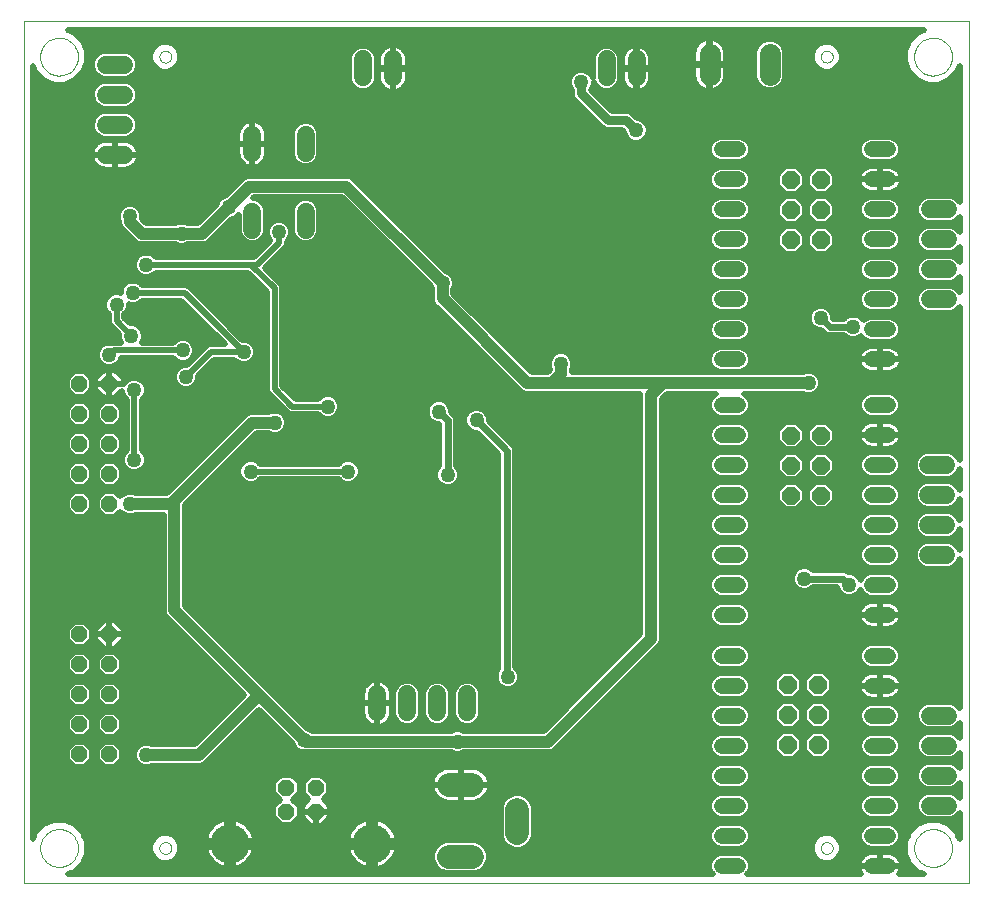
<source format=gtl>
G75*
%MOIN*%
%OFA0B0*%
%FSLAX24Y24*%
%IPPOS*%
%LPD*%
%AMOC8*
5,1,8,0,0,1.08239X$1,22.5*
%
%ADD10C,0.0000*%
%ADD11OC8,0.0561*%
%ADD12C,0.1306*%
%ADD13C,0.0600*%
%ADD14OC8,0.0600*%
%ADD15C,0.0531*%
%ADD16C,0.0705*%
%ADD17OC8,0.0540*%
%ADD18C,0.0787*%
%ADD19C,0.0197*%
%ADD20C,0.0500*%
%ADD21C,0.0236*%
%ADD22C,0.0394*%
%ADD23C,0.0400*%
%ADD24C,0.0315*%
D10*
X000497Y002817D02*
X000497Y031557D01*
X031993Y031557D01*
X031993Y002817D01*
X000497Y002817D01*
X001048Y003998D02*
X001050Y004048D01*
X001056Y004098D01*
X001066Y004147D01*
X001080Y004195D01*
X001097Y004242D01*
X001118Y004287D01*
X001143Y004331D01*
X001171Y004372D01*
X001203Y004411D01*
X001237Y004448D01*
X001274Y004482D01*
X001314Y004512D01*
X001356Y004539D01*
X001400Y004563D01*
X001446Y004584D01*
X001493Y004600D01*
X001541Y004613D01*
X001591Y004622D01*
X001640Y004627D01*
X001691Y004628D01*
X001741Y004625D01*
X001790Y004618D01*
X001839Y004607D01*
X001887Y004592D01*
X001933Y004574D01*
X001978Y004552D01*
X002021Y004526D01*
X002062Y004497D01*
X002101Y004465D01*
X002137Y004430D01*
X002169Y004392D01*
X002199Y004352D01*
X002226Y004309D01*
X002249Y004265D01*
X002268Y004219D01*
X002284Y004171D01*
X002296Y004122D01*
X002304Y004073D01*
X002308Y004023D01*
X002308Y003973D01*
X002304Y003923D01*
X002296Y003874D01*
X002284Y003825D01*
X002268Y003777D01*
X002249Y003731D01*
X002226Y003687D01*
X002199Y003644D01*
X002169Y003604D01*
X002137Y003566D01*
X002101Y003531D01*
X002062Y003499D01*
X002021Y003470D01*
X001978Y003444D01*
X001933Y003422D01*
X001887Y003404D01*
X001839Y003389D01*
X001790Y003378D01*
X001741Y003371D01*
X001691Y003368D01*
X001640Y003369D01*
X001591Y003374D01*
X001541Y003383D01*
X001493Y003396D01*
X001446Y003412D01*
X001400Y003433D01*
X001356Y003457D01*
X001314Y003484D01*
X001274Y003514D01*
X001237Y003548D01*
X001203Y003585D01*
X001171Y003624D01*
X001143Y003665D01*
X001118Y003709D01*
X001097Y003754D01*
X001080Y003801D01*
X001066Y003849D01*
X001056Y003898D01*
X001050Y003948D01*
X001048Y003998D01*
X005024Y003998D02*
X005026Y004025D01*
X005032Y004052D01*
X005041Y004078D01*
X005054Y004102D01*
X005070Y004125D01*
X005089Y004144D01*
X005111Y004161D01*
X005135Y004175D01*
X005160Y004185D01*
X005187Y004192D01*
X005214Y004195D01*
X005242Y004194D01*
X005269Y004189D01*
X005295Y004181D01*
X005319Y004169D01*
X005342Y004153D01*
X005363Y004135D01*
X005380Y004114D01*
X005395Y004090D01*
X005406Y004065D01*
X005414Y004039D01*
X005418Y004012D01*
X005418Y003984D01*
X005414Y003957D01*
X005406Y003931D01*
X005395Y003906D01*
X005380Y003882D01*
X005363Y003861D01*
X005342Y003843D01*
X005320Y003827D01*
X005295Y003815D01*
X005269Y003807D01*
X005242Y003802D01*
X005214Y003801D01*
X005187Y003804D01*
X005160Y003811D01*
X005135Y003821D01*
X005111Y003835D01*
X005089Y003852D01*
X005070Y003871D01*
X005054Y003894D01*
X005041Y003918D01*
X005032Y003944D01*
X005026Y003971D01*
X005024Y003998D01*
X027072Y003998D02*
X027074Y004025D01*
X027080Y004052D01*
X027089Y004078D01*
X027102Y004102D01*
X027118Y004125D01*
X027137Y004144D01*
X027159Y004161D01*
X027183Y004175D01*
X027208Y004185D01*
X027235Y004192D01*
X027262Y004195D01*
X027290Y004194D01*
X027317Y004189D01*
X027343Y004181D01*
X027367Y004169D01*
X027390Y004153D01*
X027411Y004135D01*
X027428Y004114D01*
X027443Y004090D01*
X027454Y004065D01*
X027462Y004039D01*
X027466Y004012D01*
X027466Y003984D01*
X027462Y003957D01*
X027454Y003931D01*
X027443Y003906D01*
X027428Y003882D01*
X027411Y003861D01*
X027390Y003843D01*
X027368Y003827D01*
X027343Y003815D01*
X027317Y003807D01*
X027290Y003802D01*
X027262Y003801D01*
X027235Y003804D01*
X027208Y003811D01*
X027183Y003821D01*
X027159Y003835D01*
X027137Y003852D01*
X027118Y003871D01*
X027102Y003894D01*
X027089Y003918D01*
X027080Y003944D01*
X027074Y003971D01*
X027072Y003998D01*
X030182Y003998D02*
X030184Y004048D01*
X030190Y004098D01*
X030200Y004147D01*
X030214Y004195D01*
X030231Y004242D01*
X030252Y004287D01*
X030277Y004331D01*
X030305Y004372D01*
X030337Y004411D01*
X030371Y004448D01*
X030408Y004482D01*
X030448Y004512D01*
X030490Y004539D01*
X030534Y004563D01*
X030580Y004584D01*
X030627Y004600D01*
X030675Y004613D01*
X030725Y004622D01*
X030774Y004627D01*
X030825Y004628D01*
X030875Y004625D01*
X030924Y004618D01*
X030973Y004607D01*
X031021Y004592D01*
X031067Y004574D01*
X031112Y004552D01*
X031155Y004526D01*
X031196Y004497D01*
X031235Y004465D01*
X031271Y004430D01*
X031303Y004392D01*
X031333Y004352D01*
X031360Y004309D01*
X031383Y004265D01*
X031402Y004219D01*
X031418Y004171D01*
X031430Y004122D01*
X031438Y004073D01*
X031442Y004023D01*
X031442Y003973D01*
X031438Y003923D01*
X031430Y003874D01*
X031418Y003825D01*
X031402Y003777D01*
X031383Y003731D01*
X031360Y003687D01*
X031333Y003644D01*
X031303Y003604D01*
X031271Y003566D01*
X031235Y003531D01*
X031196Y003499D01*
X031155Y003470D01*
X031112Y003444D01*
X031067Y003422D01*
X031021Y003404D01*
X030973Y003389D01*
X030924Y003378D01*
X030875Y003371D01*
X030825Y003368D01*
X030774Y003369D01*
X030725Y003374D01*
X030675Y003383D01*
X030627Y003396D01*
X030580Y003412D01*
X030534Y003433D01*
X030490Y003457D01*
X030448Y003484D01*
X030408Y003514D01*
X030371Y003548D01*
X030337Y003585D01*
X030305Y003624D01*
X030277Y003665D01*
X030252Y003709D01*
X030231Y003754D01*
X030214Y003801D01*
X030200Y003849D01*
X030190Y003898D01*
X030184Y003948D01*
X030182Y003998D01*
X030182Y030376D02*
X030184Y030426D01*
X030190Y030476D01*
X030200Y030525D01*
X030214Y030573D01*
X030231Y030620D01*
X030252Y030665D01*
X030277Y030709D01*
X030305Y030750D01*
X030337Y030789D01*
X030371Y030826D01*
X030408Y030860D01*
X030448Y030890D01*
X030490Y030917D01*
X030534Y030941D01*
X030580Y030962D01*
X030627Y030978D01*
X030675Y030991D01*
X030725Y031000D01*
X030774Y031005D01*
X030825Y031006D01*
X030875Y031003D01*
X030924Y030996D01*
X030973Y030985D01*
X031021Y030970D01*
X031067Y030952D01*
X031112Y030930D01*
X031155Y030904D01*
X031196Y030875D01*
X031235Y030843D01*
X031271Y030808D01*
X031303Y030770D01*
X031333Y030730D01*
X031360Y030687D01*
X031383Y030643D01*
X031402Y030597D01*
X031418Y030549D01*
X031430Y030500D01*
X031438Y030451D01*
X031442Y030401D01*
X031442Y030351D01*
X031438Y030301D01*
X031430Y030252D01*
X031418Y030203D01*
X031402Y030155D01*
X031383Y030109D01*
X031360Y030065D01*
X031333Y030022D01*
X031303Y029982D01*
X031271Y029944D01*
X031235Y029909D01*
X031196Y029877D01*
X031155Y029848D01*
X031112Y029822D01*
X031067Y029800D01*
X031021Y029782D01*
X030973Y029767D01*
X030924Y029756D01*
X030875Y029749D01*
X030825Y029746D01*
X030774Y029747D01*
X030725Y029752D01*
X030675Y029761D01*
X030627Y029774D01*
X030580Y029790D01*
X030534Y029811D01*
X030490Y029835D01*
X030448Y029862D01*
X030408Y029892D01*
X030371Y029926D01*
X030337Y029963D01*
X030305Y030002D01*
X030277Y030043D01*
X030252Y030087D01*
X030231Y030132D01*
X030214Y030179D01*
X030200Y030227D01*
X030190Y030276D01*
X030184Y030326D01*
X030182Y030376D01*
X027072Y030376D02*
X027074Y030403D01*
X027080Y030430D01*
X027089Y030456D01*
X027102Y030480D01*
X027118Y030503D01*
X027137Y030522D01*
X027159Y030539D01*
X027183Y030553D01*
X027208Y030563D01*
X027235Y030570D01*
X027262Y030573D01*
X027290Y030572D01*
X027317Y030567D01*
X027343Y030559D01*
X027367Y030547D01*
X027390Y030531D01*
X027411Y030513D01*
X027428Y030492D01*
X027443Y030468D01*
X027454Y030443D01*
X027462Y030417D01*
X027466Y030390D01*
X027466Y030362D01*
X027462Y030335D01*
X027454Y030309D01*
X027443Y030284D01*
X027428Y030260D01*
X027411Y030239D01*
X027390Y030221D01*
X027368Y030205D01*
X027343Y030193D01*
X027317Y030185D01*
X027290Y030180D01*
X027262Y030179D01*
X027235Y030182D01*
X027208Y030189D01*
X027183Y030199D01*
X027159Y030213D01*
X027137Y030230D01*
X027118Y030249D01*
X027102Y030272D01*
X027089Y030296D01*
X027080Y030322D01*
X027074Y030349D01*
X027072Y030376D01*
X005024Y030376D02*
X005026Y030403D01*
X005032Y030430D01*
X005041Y030456D01*
X005054Y030480D01*
X005070Y030503D01*
X005089Y030522D01*
X005111Y030539D01*
X005135Y030553D01*
X005160Y030563D01*
X005187Y030570D01*
X005214Y030573D01*
X005242Y030572D01*
X005269Y030567D01*
X005295Y030559D01*
X005319Y030547D01*
X005342Y030531D01*
X005363Y030513D01*
X005380Y030492D01*
X005395Y030468D01*
X005406Y030443D01*
X005414Y030417D01*
X005418Y030390D01*
X005418Y030362D01*
X005414Y030335D01*
X005406Y030309D01*
X005395Y030284D01*
X005380Y030260D01*
X005363Y030239D01*
X005342Y030221D01*
X005320Y030205D01*
X005295Y030193D01*
X005269Y030185D01*
X005242Y030180D01*
X005214Y030179D01*
X005187Y030182D01*
X005160Y030189D01*
X005135Y030199D01*
X005111Y030213D01*
X005089Y030230D01*
X005070Y030249D01*
X005054Y030272D01*
X005041Y030296D01*
X005032Y030322D01*
X005026Y030349D01*
X005024Y030376D01*
X001048Y030376D02*
X001050Y030426D01*
X001056Y030476D01*
X001066Y030525D01*
X001080Y030573D01*
X001097Y030620D01*
X001118Y030665D01*
X001143Y030709D01*
X001171Y030750D01*
X001203Y030789D01*
X001237Y030826D01*
X001274Y030860D01*
X001314Y030890D01*
X001356Y030917D01*
X001400Y030941D01*
X001446Y030962D01*
X001493Y030978D01*
X001541Y030991D01*
X001591Y031000D01*
X001640Y031005D01*
X001691Y031006D01*
X001741Y031003D01*
X001790Y030996D01*
X001839Y030985D01*
X001887Y030970D01*
X001933Y030952D01*
X001978Y030930D01*
X002021Y030904D01*
X002062Y030875D01*
X002101Y030843D01*
X002137Y030808D01*
X002169Y030770D01*
X002199Y030730D01*
X002226Y030687D01*
X002249Y030643D01*
X002268Y030597D01*
X002284Y030549D01*
X002296Y030500D01*
X002304Y030451D01*
X002308Y030401D01*
X002308Y030351D01*
X002304Y030301D01*
X002296Y030252D01*
X002284Y030203D01*
X002268Y030155D01*
X002249Y030109D01*
X002226Y030065D01*
X002199Y030022D01*
X002169Y029982D01*
X002137Y029944D01*
X002101Y029909D01*
X002062Y029877D01*
X002021Y029848D01*
X001978Y029822D01*
X001933Y029800D01*
X001887Y029782D01*
X001839Y029767D01*
X001790Y029756D01*
X001741Y029749D01*
X001691Y029746D01*
X001640Y029747D01*
X001591Y029752D01*
X001541Y029761D01*
X001493Y029774D01*
X001446Y029790D01*
X001400Y029811D01*
X001356Y029835D01*
X001314Y029862D01*
X001274Y029892D01*
X001237Y029926D01*
X001203Y029963D01*
X001171Y030002D01*
X001143Y030043D01*
X001118Y030087D01*
X001097Y030132D01*
X001080Y030179D01*
X001066Y030227D01*
X001056Y030276D01*
X001050Y030326D01*
X001048Y030376D01*
D11*
X009257Y006000D03*
X009257Y005213D03*
X010241Y005213D03*
X010241Y006000D03*
D12*
X012119Y004146D03*
X007379Y004146D03*
D13*
X012284Y008521D02*
X012284Y009121D01*
X013284Y009121D02*
X013284Y008521D01*
X014284Y008521D02*
X014284Y009121D01*
X015284Y009121D02*
X015284Y008521D01*
X030709Y008412D02*
X031309Y008412D01*
X031309Y007412D02*
X030709Y007412D01*
X030709Y006412D02*
X031309Y006412D01*
X031309Y005412D02*
X030709Y005412D01*
X030659Y013768D02*
X031259Y013768D01*
X031259Y014768D02*
X030659Y014768D01*
X030659Y015768D02*
X031259Y015768D01*
X031259Y016768D02*
X030659Y016768D01*
X030709Y022282D02*
X031309Y022282D01*
X031309Y023282D02*
X030709Y023282D01*
X030709Y024282D02*
X031309Y024282D01*
X031309Y025282D02*
X030709Y025282D01*
X020928Y029683D02*
X020928Y030283D01*
X019928Y030283D02*
X019928Y029683D01*
X012808Y029683D02*
X012808Y030283D01*
X011808Y030283D02*
X011808Y029683D01*
X009901Y027773D02*
X009901Y027173D01*
X008121Y027173D02*
X008121Y027773D01*
X008121Y025213D02*
X008121Y024613D01*
X009901Y024613D02*
X009901Y025213D01*
X003848Y027105D02*
X003248Y027105D01*
X003248Y028105D02*
X003848Y028105D01*
X003848Y029105D02*
X003248Y029105D01*
X003248Y030105D02*
X003848Y030105D01*
D14*
X025981Y009428D03*
X026981Y009428D03*
X026981Y008428D03*
X025981Y008428D03*
X025981Y007428D03*
X026981Y007428D03*
X027080Y015744D03*
X026080Y015744D03*
X026080Y016744D03*
X027080Y016744D03*
X027080Y017744D03*
X026080Y017744D03*
X026080Y024258D03*
X027080Y024258D03*
X027080Y025258D03*
X027080Y026258D03*
X026080Y026258D03*
X026080Y025258D03*
D15*
X024314Y025284D02*
X023782Y025284D01*
X023782Y026284D02*
X024314Y026284D01*
X024314Y027284D02*
X023782Y027284D01*
X023782Y024284D02*
X024314Y024284D01*
X024314Y023284D02*
X023782Y023284D01*
X023782Y022284D02*
X024314Y022284D01*
X024314Y021284D02*
X023782Y021284D01*
X023782Y020284D02*
X024314Y020284D01*
X024314Y018770D02*
X023782Y018770D01*
X023782Y017770D02*
X024314Y017770D01*
X024314Y016770D02*
X023782Y016770D01*
X023782Y015770D02*
X024314Y015770D01*
X024314Y014770D02*
X023782Y014770D01*
X023782Y013770D02*
X024314Y013770D01*
X024314Y012770D02*
X023782Y012770D01*
X023782Y011770D02*
X024314Y011770D01*
X024314Y010404D02*
X023782Y010404D01*
X023782Y009404D02*
X024314Y009404D01*
X024314Y008404D02*
X023782Y008404D01*
X023782Y007404D02*
X024314Y007404D01*
X024314Y006404D02*
X023782Y006404D01*
X023782Y005404D02*
X024314Y005404D01*
X024314Y004404D02*
X023782Y004404D01*
X023782Y003404D02*
X024314Y003404D01*
X028782Y003404D02*
X029314Y003404D01*
X029314Y004404D02*
X028782Y004404D01*
X028782Y005404D02*
X029314Y005404D01*
X029314Y006404D02*
X028782Y006404D01*
X028782Y007404D02*
X029314Y007404D01*
X029314Y008404D02*
X028782Y008404D01*
X028782Y009404D02*
X029314Y009404D01*
X029314Y010404D02*
X028782Y010404D01*
X028782Y011770D02*
X029314Y011770D01*
X029314Y012770D02*
X028782Y012770D01*
X028782Y013770D02*
X029314Y013770D01*
X029314Y014770D02*
X028782Y014770D01*
X028782Y015770D02*
X029314Y015770D01*
X029314Y016770D02*
X028782Y016770D01*
X028782Y017770D02*
X029314Y017770D01*
X029314Y018770D02*
X028782Y018770D01*
X028782Y020284D02*
X029314Y020284D01*
X029314Y021284D02*
X028782Y021284D01*
X028782Y022284D02*
X029314Y022284D01*
X029314Y023284D02*
X028782Y023284D01*
X028782Y024284D02*
X029314Y024284D01*
X029314Y025284D02*
X028782Y025284D01*
X028782Y026284D02*
X029314Y026284D01*
X029314Y027284D02*
X028782Y027284D01*
D16*
X025365Y029762D02*
X025365Y030467D01*
X023365Y030467D02*
X023365Y029762D01*
D17*
X003359Y019463D03*
X002359Y019463D03*
X002359Y018463D03*
X002359Y017463D03*
X002359Y016463D03*
X002359Y015463D03*
X003359Y015463D03*
X003359Y016463D03*
X003359Y017463D03*
X003359Y018463D03*
X003359Y011117D03*
X002359Y011117D03*
X002359Y010117D03*
X003359Y010117D03*
X003359Y009117D03*
X002359Y009117D03*
X002359Y008117D03*
X003359Y008117D03*
X003359Y007117D03*
X002359Y007117D03*
D18*
X014670Y006105D02*
X015457Y006105D01*
X016954Y005278D02*
X016954Y004491D01*
X015457Y003703D02*
X014670Y003703D01*
D19*
X014423Y003208D02*
X002196Y003208D01*
X002204Y003211D02*
X002465Y003473D01*
X002606Y003814D01*
X002606Y004183D01*
X002465Y004524D01*
X002204Y004785D01*
X001863Y004927D01*
X001493Y004927D01*
X001152Y004785D01*
X000891Y004524D01*
X000795Y004293D01*
X000795Y030081D01*
X000891Y029851D01*
X001152Y029589D01*
X001493Y029448D01*
X001863Y029448D01*
X002204Y029589D01*
X002465Y029851D01*
X002606Y030192D01*
X002606Y030561D01*
X002465Y030902D01*
X002204Y031163D01*
X001973Y031259D01*
X030517Y031259D01*
X030286Y031163D01*
X030025Y030902D01*
X029883Y030561D01*
X029883Y030192D01*
X030025Y029851D01*
X030286Y029589D01*
X030627Y029448D01*
X030996Y029448D01*
X031338Y029589D01*
X031599Y029851D01*
X031694Y030081D01*
X031694Y025544D01*
X031568Y025671D01*
X031400Y025740D01*
X030617Y025740D01*
X030449Y025671D01*
X030320Y025542D01*
X030250Y025373D01*
X030250Y025191D01*
X030320Y025022D01*
X030449Y024893D01*
X030617Y024823D01*
X031400Y024823D01*
X031568Y024893D01*
X031694Y025019D01*
X031694Y024544D01*
X031568Y024671D01*
X031400Y024740D01*
X030617Y024740D01*
X030449Y024671D01*
X030320Y024542D01*
X030250Y024373D01*
X030250Y024191D01*
X030320Y024022D01*
X030449Y023893D01*
X030617Y023823D01*
X031400Y023823D01*
X031568Y023893D01*
X031694Y024019D01*
X031694Y023544D01*
X031568Y023671D01*
X031400Y023740D01*
X030617Y023740D01*
X030449Y023671D01*
X030320Y023542D01*
X030250Y023373D01*
X030250Y023191D01*
X030320Y023022D01*
X030449Y022893D01*
X030617Y022823D01*
X031400Y022823D01*
X031568Y022893D01*
X031694Y023019D01*
X031694Y022544D01*
X031568Y022671D01*
X031400Y022740D01*
X030617Y022740D01*
X030449Y022671D01*
X030320Y022542D01*
X030250Y022373D01*
X030250Y022191D01*
X030320Y022022D01*
X030449Y021893D01*
X030617Y021823D01*
X031400Y021823D01*
X031568Y021893D01*
X031694Y022019D01*
X031694Y016916D01*
X031648Y017028D01*
X031519Y017157D01*
X031351Y017227D01*
X030568Y017227D01*
X030400Y017157D01*
X030271Y017028D01*
X030201Y016859D01*
X030201Y016677D01*
X030271Y016508D01*
X030400Y016379D01*
X030568Y016310D01*
X031351Y016310D01*
X031519Y016379D01*
X031648Y016508D01*
X031694Y016620D01*
X031694Y015916D01*
X031648Y016028D01*
X031519Y016157D01*
X031351Y016227D01*
X030568Y016227D01*
X030400Y016157D01*
X030271Y016028D01*
X030201Y015859D01*
X030201Y015677D01*
X030271Y015508D01*
X030400Y015379D01*
X030568Y015310D01*
X031351Y015310D01*
X031519Y015379D01*
X031648Y015508D01*
X031694Y015620D01*
X031694Y014916D01*
X031648Y015028D01*
X031519Y015157D01*
X031351Y015227D01*
X030568Y015227D01*
X030400Y015157D01*
X030271Y015028D01*
X030201Y014859D01*
X030201Y014677D01*
X030271Y014508D01*
X030400Y014379D01*
X030568Y014310D01*
X031351Y014310D01*
X031519Y014379D01*
X031648Y014508D01*
X031694Y014620D01*
X031694Y013916D01*
X031648Y014028D01*
X031519Y014157D01*
X031351Y014227D01*
X030568Y014227D01*
X030400Y014157D01*
X030271Y014028D01*
X030201Y013859D01*
X030201Y013677D01*
X030271Y013508D01*
X030400Y013379D01*
X030568Y013310D01*
X031351Y013310D01*
X031519Y013379D01*
X031648Y013508D01*
X031694Y013620D01*
X031694Y008674D01*
X031568Y008800D01*
X031400Y008870D01*
X030617Y008870D01*
X030449Y008800D01*
X030320Y008671D01*
X030250Y008503D01*
X030250Y008321D01*
X030320Y008152D01*
X030449Y008023D01*
X030617Y007953D01*
X031400Y007953D01*
X031568Y008023D01*
X031694Y008149D01*
X031694Y007674D01*
X031568Y007800D01*
X031400Y007870D01*
X030617Y007870D01*
X030449Y007800D01*
X030320Y007671D01*
X030250Y007503D01*
X030250Y007321D01*
X030320Y007152D01*
X030449Y007023D01*
X030617Y006953D01*
X031400Y006953D01*
X031568Y007023D01*
X031694Y007149D01*
X031694Y006674D01*
X031568Y006800D01*
X031400Y006870D01*
X030617Y006870D01*
X030449Y006800D01*
X030320Y006671D01*
X030250Y006503D01*
X030250Y006321D01*
X030320Y006152D01*
X030449Y006023D01*
X030617Y005953D01*
X031400Y005953D01*
X031568Y006023D01*
X031694Y006149D01*
X031694Y005674D01*
X031568Y005800D01*
X031400Y005870D01*
X030617Y005870D01*
X030449Y005800D01*
X030320Y005671D01*
X030250Y005503D01*
X030250Y005321D01*
X030320Y005152D01*
X030449Y005023D01*
X030617Y004953D01*
X031400Y004953D01*
X031568Y005023D01*
X031694Y005149D01*
X031694Y004293D01*
X031599Y004524D01*
X031338Y004785D01*
X030996Y004927D01*
X030627Y004927D01*
X030286Y004785D01*
X030025Y004524D01*
X029883Y004183D01*
X029883Y003814D01*
X030025Y003473D01*
X030286Y003211D01*
X030517Y003116D01*
X029678Y003116D01*
X029711Y003161D01*
X029744Y003226D01*
X029767Y003295D01*
X029778Y003367D01*
X029778Y003404D01*
X029778Y003440D01*
X029767Y003513D01*
X029744Y003582D01*
X029711Y003647D01*
X029668Y003706D01*
X029616Y003758D01*
X029557Y003801D01*
X029492Y003834D01*
X029422Y003857D01*
X029350Y003868D01*
X029048Y003868D01*
X028746Y003868D01*
X028674Y003857D01*
X028604Y003834D01*
X028539Y003801D01*
X028480Y003758D01*
X028428Y003706D01*
X028385Y003647D01*
X028352Y003582D01*
X028330Y003513D01*
X028318Y003440D01*
X028318Y003404D01*
X029048Y003404D01*
X029048Y003868D01*
X029048Y003404D01*
X029048Y003404D01*
X029048Y003404D01*
X028318Y003404D01*
X028318Y003367D01*
X028330Y003295D01*
X028352Y003226D01*
X028385Y003161D01*
X028418Y003116D01*
X024625Y003116D01*
X024673Y003164D01*
X024738Y003320D01*
X024738Y003488D01*
X024673Y003644D01*
X024554Y003764D01*
X024398Y003828D01*
X023698Y003828D01*
X023542Y003764D01*
X023423Y003644D01*
X023358Y003488D01*
X023358Y003320D01*
X023423Y003164D01*
X023471Y003116D01*
X001973Y003116D01*
X002204Y003211D01*
X002396Y003403D02*
X006963Y003403D01*
X007001Y003381D02*
X007105Y003338D01*
X007212Y003309D01*
X007280Y003300D01*
X007280Y004048D01*
X006533Y004048D01*
X006542Y003980D01*
X006571Y003872D01*
X006614Y003769D01*
X006669Y003672D01*
X006737Y003584D01*
X006816Y003505D01*
X006905Y003437D01*
X007001Y003381D01*
X007280Y003403D02*
X007477Y003403D01*
X007477Y003300D02*
X007545Y003309D01*
X007653Y003338D01*
X007756Y003381D01*
X007853Y003437D01*
X007941Y003505D01*
X008020Y003584D01*
X008088Y003672D01*
X008144Y003769D01*
X008186Y003872D01*
X008215Y003980D01*
X008224Y004048D01*
X007477Y004048D01*
X007477Y004244D01*
X008224Y004244D01*
X008215Y004312D01*
X008186Y004420D01*
X008144Y004523D01*
X008088Y004620D01*
X008020Y004708D01*
X007941Y004787D01*
X007853Y004855D01*
X007756Y004911D01*
X007653Y004954D01*
X007545Y004983D01*
X007477Y004992D01*
X007477Y004244D01*
X007280Y004244D01*
X007280Y004048D01*
X007477Y004048D01*
X007477Y003300D01*
X007477Y003599D02*
X007280Y003599D01*
X007280Y003794D02*
X007477Y003794D01*
X007477Y003989D02*
X007280Y003989D01*
X007280Y004185D02*
X005680Y004185D01*
X005717Y004097D02*
X005641Y004279D01*
X005502Y004418D01*
X005320Y004494D01*
X005123Y004494D01*
X004941Y004418D01*
X004801Y004279D01*
X004726Y004097D01*
X004726Y003900D01*
X004801Y003718D01*
X004941Y003579D01*
X005123Y003503D01*
X005320Y003503D01*
X005502Y003579D01*
X005641Y003718D01*
X005717Y003900D01*
X005717Y004097D01*
X005717Y003989D02*
X006541Y003989D01*
X006603Y003794D02*
X005673Y003794D01*
X005522Y003599D02*
X006726Y003599D01*
X006533Y004244D02*
X007280Y004244D01*
X007280Y004992D01*
X007212Y004983D01*
X007105Y004954D01*
X007001Y004911D01*
X006905Y004855D01*
X006816Y004787D01*
X006737Y004708D01*
X006669Y004620D01*
X006614Y004523D01*
X006571Y004420D01*
X006542Y004312D01*
X006533Y004244D01*
X006560Y004380D02*
X005540Y004380D01*
X004903Y004380D02*
X002525Y004380D01*
X002606Y004185D02*
X004762Y004185D01*
X004726Y003989D02*
X002606Y003989D01*
X002598Y003794D02*
X004770Y003794D01*
X004921Y003599D02*
X002517Y003599D01*
X002414Y004575D02*
X006644Y004575D01*
X006800Y004771D02*
X002218Y004771D01*
X001137Y004771D02*
X000795Y004771D01*
X000795Y004966D02*
X007151Y004966D01*
X007280Y004966D02*
X007477Y004966D01*
X007607Y004966D02*
X008883Y004966D01*
X008818Y005031D02*
X009075Y004774D01*
X009439Y004774D01*
X009696Y005031D01*
X009696Y005395D01*
X009484Y005607D01*
X009696Y005819D01*
X009696Y006182D01*
X009439Y006439D01*
X009075Y006439D01*
X008818Y006182D01*
X008818Y005819D01*
X009030Y005607D01*
X008818Y005395D01*
X008818Y005031D01*
X008818Y005162D02*
X000795Y005162D01*
X000795Y005357D02*
X008818Y005357D01*
X008975Y005552D02*
X000795Y005552D01*
X000795Y005748D02*
X008889Y005748D01*
X008818Y005943D02*
X000795Y005943D01*
X000795Y006138D02*
X008818Y006138D01*
X008969Y006334D02*
X000795Y006334D01*
X000795Y006529D02*
X014257Y006529D01*
X014284Y006556D02*
X014218Y006490D01*
X014164Y006415D01*
X014121Y006332D01*
X014093Y006243D01*
X014078Y006151D01*
X014078Y006105D01*
X015064Y006105D01*
X015064Y006105D01*
X015064Y006697D01*
X015504Y006697D01*
X015596Y006682D01*
X015685Y006653D01*
X015768Y006611D01*
X015843Y006556D01*
X015909Y006490D01*
X015964Y006415D01*
X016006Y006332D01*
X016035Y006243D01*
X016050Y006151D01*
X016050Y006105D01*
X015064Y006105D01*
X015064Y006105D01*
X015064Y006697D01*
X014623Y006697D01*
X014531Y006682D01*
X014443Y006653D01*
X014360Y006611D01*
X014284Y006556D01*
X014122Y006334D02*
X010528Y006334D01*
X010423Y006439D02*
X010059Y006439D01*
X009802Y006182D01*
X009802Y005819D01*
X009986Y005635D01*
X009762Y005411D01*
X009762Y005213D01*
X010241Y005213D01*
X010720Y005213D01*
X010241Y005213D01*
X010241Y005213D01*
X010241Y004734D01*
X010439Y004734D01*
X010720Y005015D01*
X010720Y005213D01*
X010720Y005411D01*
X010496Y005635D01*
X010680Y005819D01*
X010680Y006182D01*
X010423Y006439D01*
X010680Y006138D02*
X014078Y006138D01*
X014078Y006105D02*
X014078Y006058D01*
X014093Y005966D01*
X014121Y005877D01*
X014164Y005794D01*
X014218Y005719D01*
X014284Y005653D01*
X014360Y005598D01*
X014443Y005556D01*
X014531Y005527D01*
X014623Y005513D01*
X015064Y005513D01*
X015504Y005513D01*
X015596Y005527D01*
X015685Y005556D01*
X015768Y005598D01*
X015843Y005653D01*
X015909Y005719D01*
X015964Y005794D01*
X016006Y005877D01*
X016035Y005966D01*
X016050Y006058D01*
X016050Y006105D01*
X015064Y006105D01*
X015064Y006105D01*
X015064Y005513D01*
X015064Y006105D01*
X015064Y006105D01*
X014078Y006105D01*
X014100Y005943D02*
X010680Y005943D01*
X010609Y005748D02*
X014198Y005748D01*
X014454Y005552D02*
X010579Y005552D01*
X010720Y005357D02*
X016401Y005357D01*
X016401Y005388D02*
X016485Y005591D01*
X016641Y005746D01*
X016844Y005830D01*
X017063Y005830D01*
X017266Y005746D01*
X017422Y005591D01*
X017506Y005388D01*
X017506Y004381D01*
X017422Y004178D01*
X017266Y004022D01*
X017063Y003938D01*
X016844Y003938D01*
X016641Y004022D01*
X016485Y004178D01*
X016401Y004381D01*
X016401Y005388D01*
X016470Y005552D02*
X015673Y005552D01*
X015930Y005748D02*
X016645Y005748D01*
X017263Y005748D02*
X023526Y005748D01*
X023542Y005764D02*
X023423Y005644D01*
X023358Y005488D01*
X023358Y005320D01*
X023423Y005164D01*
X023542Y005044D01*
X023698Y004980D01*
X024398Y004980D01*
X024554Y005044D01*
X024673Y005164D01*
X024738Y005320D01*
X024738Y005488D01*
X024673Y005644D01*
X024554Y005764D01*
X024398Y005828D01*
X023698Y005828D01*
X023542Y005764D01*
X023385Y005552D02*
X017438Y005552D01*
X017506Y005357D02*
X023358Y005357D01*
X023425Y005162D02*
X017506Y005162D01*
X017506Y004966D02*
X030587Y004966D01*
X030316Y005162D02*
X029671Y005162D01*
X029673Y005164D02*
X029738Y005320D01*
X029738Y005488D01*
X029673Y005644D01*
X029554Y005764D01*
X029398Y005828D01*
X028698Y005828D01*
X028542Y005764D01*
X028423Y005644D01*
X028358Y005488D01*
X028358Y005320D01*
X028423Y005164D01*
X028542Y005044D01*
X028698Y004980D01*
X029398Y004980D01*
X029554Y005044D01*
X029673Y005164D01*
X029738Y005357D02*
X030250Y005357D01*
X030271Y005552D02*
X029711Y005552D01*
X029570Y005748D02*
X030396Y005748D01*
X030334Y006138D02*
X029648Y006138D01*
X029673Y006164D02*
X029738Y006320D01*
X029738Y006488D01*
X029673Y006644D01*
X029554Y006764D01*
X029398Y006828D01*
X028698Y006828D01*
X028542Y006764D01*
X028423Y006644D01*
X028358Y006488D01*
X028358Y006320D01*
X028423Y006164D01*
X028542Y006044D01*
X028698Y005980D01*
X029398Y005980D01*
X029554Y006044D01*
X029673Y006164D01*
X029738Y006334D02*
X030250Y006334D01*
X030261Y006529D02*
X029721Y006529D01*
X029593Y006724D02*
X030373Y006724D01*
X030357Y007115D02*
X029625Y007115D01*
X029673Y007164D02*
X029738Y007320D01*
X029738Y007488D01*
X029673Y007644D01*
X029554Y007764D01*
X029398Y007828D01*
X028698Y007828D01*
X028542Y007764D01*
X028423Y007644D01*
X028358Y007488D01*
X028358Y007320D01*
X028423Y007164D01*
X028542Y007044D01*
X028698Y006980D01*
X029398Y006980D01*
X029554Y007044D01*
X029673Y007164D01*
X029734Y007310D02*
X030254Y007310D01*
X030251Y007506D02*
X029731Y007506D01*
X029616Y007701D02*
X030350Y007701D01*
X030380Y008092D02*
X029602Y008092D01*
X029554Y008044D02*
X029673Y008164D01*
X029738Y008320D01*
X029738Y008488D01*
X029673Y008644D01*
X029554Y008764D01*
X029398Y008828D01*
X028698Y008828D01*
X028542Y008764D01*
X028423Y008644D01*
X028358Y008488D01*
X028358Y008320D01*
X028423Y008164D01*
X028542Y008044D01*
X028698Y007980D01*
X029398Y007980D01*
X029554Y008044D01*
X029725Y008287D02*
X030264Y008287D01*
X030250Y008482D02*
X029738Y008482D01*
X029640Y008678D02*
X030326Y008678D01*
X029711Y009161D02*
X029744Y009226D01*
X029767Y009295D01*
X029778Y009367D01*
X029778Y009404D01*
X029778Y009440D01*
X029767Y009513D01*
X029744Y009582D01*
X029711Y009647D01*
X029668Y009706D01*
X029616Y009758D01*
X029557Y009801D01*
X029492Y009834D01*
X029422Y009857D01*
X029350Y009868D01*
X029048Y009868D01*
X028746Y009868D01*
X028674Y009857D01*
X028604Y009834D01*
X028539Y009801D01*
X028480Y009758D01*
X028428Y009706D01*
X028385Y009647D01*
X028352Y009582D01*
X028330Y009513D01*
X028318Y009440D01*
X028318Y009404D01*
X029048Y009404D01*
X029048Y009868D01*
X029048Y009404D01*
X029048Y009404D01*
X029048Y009404D01*
X028318Y009404D01*
X028318Y009367D01*
X028330Y009295D01*
X028352Y009226D01*
X028385Y009161D01*
X028428Y009102D01*
X028480Y009050D01*
X028539Y009007D01*
X028604Y008974D01*
X028674Y008951D01*
X028746Y008940D01*
X029048Y008940D01*
X029048Y009404D01*
X029778Y009404D01*
X029048Y009404D01*
X029048Y009404D01*
X029048Y009404D01*
X029048Y008940D01*
X029350Y008940D01*
X029422Y008951D01*
X029492Y008974D01*
X029557Y009007D01*
X029616Y009050D01*
X029668Y009102D01*
X029711Y009161D01*
X029756Y009264D02*
X031694Y009264D01*
X031694Y009459D02*
X029775Y009459D01*
X029705Y009655D02*
X031694Y009655D01*
X031694Y009850D02*
X029443Y009850D01*
X029398Y009980D02*
X029554Y010044D01*
X029673Y010164D01*
X029738Y010320D01*
X029738Y010488D01*
X029673Y010644D01*
X029554Y010764D01*
X029398Y010828D01*
X028698Y010828D01*
X028542Y010764D01*
X028423Y010644D01*
X028358Y010488D01*
X028358Y010320D01*
X028423Y010164D01*
X028542Y010044D01*
X028698Y009980D01*
X029398Y009980D01*
X029555Y010045D02*
X031694Y010045D01*
X031694Y010241D02*
X029705Y010241D01*
X029738Y010436D02*
X031694Y010436D01*
X031694Y010631D02*
X029679Y010631D01*
X029402Y010827D02*
X031694Y010827D01*
X031694Y011022D02*
X021771Y011022D01*
X021771Y010905D02*
X021771Y017357D01*
X021767Y017365D01*
X021767Y018960D01*
X021953Y019145D01*
X023579Y019145D01*
X023542Y019130D01*
X023423Y019010D01*
X023358Y018854D01*
X023358Y018686D01*
X023423Y018530D01*
X023542Y018410D01*
X023698Y018346D01*
X024398Y018346D01*
X024554Y018410D01*
X024673Y018530D01*
X024738Y018686D01*
X024738Y018854D01*
X024673Y019010D01*
X024554Y019130D01*
X024517Y019145D01*
X026468Y019145D01*
X026597Y019092D01*
X026759Y019092D01*
X026909Y019154D01*
X027024Y019269D01*
X027086Y019419D01*
X027086Y019582D01*
X027024Y019732D01*
X026909Y019847D01*
X026759Y019909D01*
X026597Y019909D01*
X026468Y019856D01*
X021885Y019856D01*
X021877Y019859D01*
X018769Y019859D01*
X018769Y019938D01*
X018819Y020059D01*
X018819Y020221D01*
X018756Y020372D01*
X018642Y020486D01*
X018491Y020549D01*
X018329Y020549D01*
X018179Y020486D01*
X018064Y020372D01*
X018002Y020221D01*
X018002Y020059D01*
X018050Y019942D01*
X017966Y019859D01*
X017427Y019859D01*
X014821Y022464D01*
X014821Y022626D01*
X014871Y022747D01*
X014871Y022909D01*
X014809Y023059D01*
X014694Y023174D01*
X014573Y023224D01*
X011549Y026249D01*
X011448Y026350D01*
X011316Y026404D01*
X010662Y026404D01*
X010654Y026401D01*
X007956Y026401D01*
X007825Y026347D01*
X007725Y026247D01*
X007234Y025756D01*
X007106Y025703D01*
X006991Y025588D01*
X006938Y025460D01*
X006304Y024826D01*
X005972Y024826D01*
X005844Y024879D01*
X005681Y024879D01*
X005553Y024826D01*
X004581Y024826D01*
X004442Y024965D01*
X004449Y024980D01*
X004449Y025143D01*
X004386Y025293D01*
X004272Y025408D01*
X004121Y025470D01*
X003959Y025470D01*
X003809Y025408D01*
X003694Y025293D01*
X003632Y025143D01*
X003632Y024980D01*
X003685Y024852D01*
X003685Y024794D01*
X003739Y024663D01*
X003839Y024563D01*
X004233Y024170D01*
X004363Y024116D01*
X005553Y024116D01*
X005681Y024062D01*
X005844Y024062D01*
X005972Y024116D01*
X006522Y024116D01*
X006653Y024170D01*
X007440Y024957D01*
X007569Y025010D01*
X007662Y025104D01*
X007662Y024522D01*
X007732Y024354D01*
X007861Y024225D01*
X008029Y024155D01*
X008212Y024155D01*
X008380Y024225D01*
X008509Y024354D01*
X008579Y024522D01*
X008579Y025304D01*
X008509Y025473D01*
X008380Y025602D01*
X008212Y025672D01*
X008155Y025672D01*
X008174Y025690D01*
X010654Y025690D01*
X010662Y025687D01*
X011096Y025687D01*
X014067Y022717D01*
X014104Y022626D01*
X014104Y022245D01*
X014159Y022113D01*
X014260Y022012D01*
X017075Y019197D01*
X017207Y019142D01*
X021057Y019142D01*
X021057Y017365D01*
X021054Y017357D01*
X021054Y011125D01*
X017829Y007900D01*
X015167Y007900D01*
X015047Y007950D01*
X014884Y007950D01*
X014763Y007900D01*
X010116Y007900D01*
X010079Y007937D01*
X009950Y007990D01*
X008647Y009293D01*
X008548Y009393D01*
X005872Y012069D01*
X005872Y015416D01*
X008272Y017816D01*
X008653Y017816D01*
X008782Y017763D01*
X008944Y017763D01*
X009094Y017825D01*
X009209Y017940D01*
X009271Y018090D01*
X009271Y018253D01*
X009209Y018403D01*
X009094Y018518D01*
X008944Y018580D01*
X008782Y018580D01*
X008653Y018527D01*
X008054Y018527D01*
X007924Y018473D01*
X005315Y015865D01*
X005271Y015820D01*
X004250Y015820D01*
X004121Y015873D01*
X003959Y015873D01*
X003809Y015811D01*
X003713Y015715D01*
X003537Y015891D01*
X003182Y015891D01*
X002931Y015640D01*
X002931Y015286D01*
X003182Y015035D01*
X003537Y015035D01*
X003715Y015213D01*
X003809Y015119D01*
X003959Y015057D01*
X004121Y015057D01*
X004250Y015110D01*
X005161Y015110D01*
X005161Y011851D01*
X005215Y011720D01*
X007844Y009092D01*
X006206Y007454D01*
X004791Y007454D01*
X004663Y007507D01*
X004500Y007507D01*
X004350Y007445D01*
X004235Y007330D01*
X004173Y007180D01*
X004173Y007018D01*
X004235Y006867D01*
X004350Y006753D01*
X004500Y006690D01*
X004663Y006690D01*
X004791Y006744D01*
X006424Y006744D01*
X006554Y006798D01*
X008346Y008589D01*
X009448Y007488D01*
X009501Y007360D01*
X009616Y007245D01*
X009766Y007183D01*
X009928Y007183D01*
X009930Y007183D01*
X014763Y007183D01*
X014884Y007133D01*
X015047Y007133D01*
X015167Y007183D01*
X018048Y007183D01*
X018180Y007238D01*
X018281Y007339D01*
X021716Y010774D01*
X021771Y010905D01*
X021738Y010827D02*
X023695Y010827D01*
X023698Y010828D02*
X023542Y010764D01*
X023423Y010644D01*
X023358Y010488D01*
X023358Y010320D01*
X023423Y010164D01*
X023542Y010044D01*
X023698Y009980D01*
X024398Y009980D01*
X024554Y010044D01*
X024673Y010164D01*
X024738Y010320D01*
X024738Y010488D01*
X024673Y010644D01*
X024554Y010764D01*
X024398Y010828D01*
X023698Y010828D01*
X023417Y010631D02*
X021574Y010631D01*
X021378Y010436D02*
X023358Y010436D01*
X023391Y010241D02*
X021183Y010241D01*
X020988Y010045D02*
X023541Y010045D01*
X023698Y009828D02*
X023542Y009764D01*
X023423Y009644D01*
X023358Y009488D01*
X023358Y009320D01*
X023423Y009164D01*
X023542Y009044D01*
X023698Y008980D01*
X024398Y008980D01*
X024554Y009044D01*
X024673Y009164D01*
X024738Y009320D01*
X024738Y009488D01*
X024673Y009644D01*
X024554Y009764D01*
X024398Y009828D01*
X023698Y009828D01*
X023433Y009655D02*
X020597Y009655D01*
X020792Y009850D02*
X025755Y009850D01*
X025791Y009886D02*
X025523Y009617D01*
X025523Y009238D01*
X025791Y008969D01*
X026171Y008969D01*
X026440Y009238D01*
X026440Y009617D01*
X026171Y009886D01*
X025791Y009886D01*
X025560Y009655D02*
X024663Y009655D01*
X024738Y009459D02*
X025523Y009459D01*
X025523Y009264D02*
X024715Y009264D01*
X024578Y009069D02*
X025692Y009069D01*
X025791Y008886D02*
X025523Y008617D01*
X025523Y008238D01*
X025791Y007969D01*
X026171Y007969D01*
X026440Y008238D01*
X026440Y008617D01*
X026171Y008886D01*
X025791Y008886D01*
X025778Y008873D02*
X019816Y008873D01*
X020011Y009069D02*
X023518Y009069D01*
X023381Y009264D02*
X020206Y009264D01*
X020402Y009459D02*
X023358Y009459D01*
X023698Y008828D02*
X023542Y008764D01*
X023423Y008644D01*
X023358Y008488D01*
X023358Y008320D01*
X023423Y008164D01*
X023542Y008044D01*
X023698Y007980D01*
X024398Y007980D01*
X024554Y008044D01*
X024673Y008164D01*
X024738Y008320D01*
X024738Y008488D01*
X024673Y008644D01*
X024554Y008764D01*
X024398Y008828D01*
X023698Y008828D01*
X023456Y008678D02*
X019620Y008678D01*
X019425Y008482D02*
X023358Y008482D01*
X023372Y008287D02*
X019229Y008287D01*
X019034Y008092D02*
X023495Y008092D01*
X023542Y007764D02*
X023423Y007644D01*
X023358Y007488D01*
X023358Y007320D01*
X023423Y007164D01*
X023542Y007044D01*
X023698Y006980D01*
X024398Y006980D01*
X024554Y007044D01*
X024673Y007164D01*
X024738Y007320D01*
X024738Y007488D01*
X024673Y007644D01*
X024554Y007764D01*
X024398Y007828D01*
X023698Y007828D01*
X023542Y007764D01*
X023480Y007701D02*
X018643Y007701D01*
X018448Y007506D02*
X023365Y007506D01*
X023362Y007310D02*
X018253Y007310D01*
X018839Y007896D02*
X031694Y007896D01*
X031694Y007701D02*
X031668Y007701D01*
X031694Y008092D02*
X031637Y008092D01*
X031691Y008678D02*
X031694Y008678D01*
X031694Y008873D02*
X027184Y008873D01*
X027171Y008886D02*
X026791Y008886D01*
X026523Y008617D01*
X026523Y008238D01*
X026791Y007969D01*
X027171Y007969D01*
X027440Y008238D01*
X027440Y008617D01*
X027171Y008886D01*
X027171Y008969D02*
X026791Y008969D01*
X026523Y009238D01*
X026523Y009617D01*
X026791Y009886D01*
X027171Y009886D01*
X027440Y009617D01*
X027440Y009238D01*
X027171Y008969D01*
X027270Y009069D02*
X028461Y009069D01*
X028340Y009264D02*
X027440Y009264D01*
X027440Y009459D02*
X028321Y009459D01*
X028391Y009655D02*
X027402Y009655D01*
X027207Y009850D02*
X028653Y009850D01*
X028541Y010045D02*
X024555Y010045D01*
X024705Y010241D02*
X028391Y010241D01*
X028358Y010436D02*
X024738Y010436D01*
X024679Y010631D02*
X028417Y010631D01*
X028695Y010827D02*
X024402Y010827D01*
X024398Y011346D02*
X023698Y011346D01*
X023542Y011410D01*
X023423Y011530D01*
X023358Y011686D01*
X023358Y011854D01*
X023423Y012010D01*
X023542Y012130D01*
X023698Y012194D01*
X024398Y012194D01*
X024554Y012130D01*
X024673Y012010D01*
X024738Y011854D01*
X024738Y011686D01*
X024673Y011530D01*
X024554Y011410D01*
X024398Y011346D01*
X024556Y011413D02*
X028484Y011413D01*
X028480Y011416D02*
X028539Y011373D01*
X028604Y011340D01*
X028674Y011317D01*
X028746Y011306D01*
X029048Y011306D01*
X029048Y011770D01*
X029048Y011770D01*
X028318Y011770D01*
X028318Y011734D01*
X028330Y011661D01*
X028352Y011592D01*
X028385Y011527D01*
X028428Y011468D01*
X028480Y011416D01*
X028347Y011608D02*
X024706Y011608D01*
X024738Y011803D02*
X028318Y011803D01*
X028318Y011807D02*
X028318Y011770D01*
X029048Y011770D01*
X029048Y011770D01*
X029048Y011306D01*
X029350Y011306D01*
X029422Y011317D01*
X029492Y011340D01*
X029557Y011373D01*
X029616Y011416D01*
X029668Y011468D01*
X029711Y011527D01*
X029744Y011592D01*
X029767Y011661D01*
X029778Y011734D01*
X029778Y011770D01*
X029048Y011770D01*
X029048Y011770D01*
X029048Y012234D01*
X028746Y012234D01*
X028674Y012223D01*
X028604Y012200D01*
X028539Y012167D01*
X028480Y012124D01*
X028428Y012072D01*
X028385Y012013D01*
X028352Y011948D01*
X028330Y011879D01*
X028318Y011807D01*
X028378Y011999D02*
X024678Y011999D01*
X024398Y012194D02*
X028592Y012194D01*
X028698Y012346D02*
X028542Y012410D01*
X028423Y012530D01*
X028389Y012611D01*
X028363Y012547D01*
X028248Y012432D01*
X028098Y012370D01*
X027935Y012370D01*
X027785Y012432D01*
X027670Y012547D01*
X027608Y012697D01*
X027608Y012698D01*
X026822Y012698D01*
X026752Y012629D01*
X026602Y012566D01*
X026439Y012566D01*
X026289Y012629D01*
X026174Y012743D01*
X026112Y012894D01*
X026112Y013056D01*
X026174Y013206D01*
X026289Y013321D01*
X026439Y013383D01*
X026602Y013383D01*
X026752Y013321D01*
X026822Y013251D01*
X027875Y013251D01*
X027976Y013209D01*
X027999Y013186D01*
X028098Y013186D01*
X028248Y013124D01*
X028363Y013009D01*
X028393Y012938D01*
X028423Y013010D01*
X028542Y013130D01*
X028698Y013194D01*
X029398Y013194D01*
X029554Y013130D01*
X029673Y013010D01*
X029738Y012854D01*
X029738Y012686D01*
X029673Y012530D01*
X029554Y012410D01*
X029398Y012346D01*
X028698Y012346D01*
X028593Y012390D02*
X028146Y012390D01*
X027887Y012390D02*
X024503Y012390D01*
X024554Y012410D02*
X024673Y012530D01*
X024738Y012686D01*
X024738Y012854D01*
X024673Y013010D01*
X024554Y013130D01*
X024398Y013194D01*
X023698Y013194D01*
X023542Y013130D01*
X023423Y013010D01*
X023358Y012854D01*
X023358Y012686D01*
X023423Y012530D01*
X023542Y012410D01*
X023698Y012346D01*
X024398Y012346D01*
X024554Y012410D01*
X024696Y012585D02*
X026395Y012585D01*
X026646Y012585D02*
X027654Y012585D01*
X028135Y013171D02*
X028642Y013171D01*
X028698Y013346D02*
X028542Y013410D01*
X028423Y013530D01*
X028358Y013686D01*
X028358Y013854D01*
X028423Y014010D01*
X028542Y014130D01*
X028698Y014194D01*
X029398Y014194D01*
X029554Y014130D01*
X029673Y014010D01*
X029738Y013854D01*
X029738Y013686D01*
X029673Y013530D01*
X029554Y013410D01*
X029398Y013346D01*
X028698Y013346D01*
X028649Y013366D02*
X026643Y013366D01*
X026398Y013366D02*
X024447Y013366D01*
X024398Y013346D02*
X024554Y013410D01*
X024673Y013530D01*
X024738Y013686D01*
X024738Y013854D01*
X024673Y014010D01*
X024554Y014130D01*
X024398Y014194D01*
X023698Y014194D01*
X023542Y014130D01*
X023423Y014010D01*
X023358Y013854D01*
X023358Y013686D01*
X023423Y013530D01*
X023542Y013410D01*
X023698Y013346D01*
X024398Y013346D01*
X024455Y013171D02*
X026160Y013171D01*
X026112Y012976D02*
X024688Y012976D01*
X024738Y012780D02*
X026159Y012780D01*
X024687Y013562D02*
X028410Y013562D01*
X028358Y013757D02*
X024738Y013757D01*
X024697Y013952D02*
X028399Y013952D01*
X028585Y014148D02*
X024511Y014148D01*
X024398Y014346D02*
X024554Y014410D01*
X024673Y014530D01*
X024738Y014686D01*
X024738Y014854D01*
X024673Y015010D01*
X024554Y015130D01*
X024398Y015194D01*
X023698Y015194D01*
X023542Y015130D01*
X023423Y015010D01*
X023358Y014854D01*
X023358Y014686D01*
X023423Y014530D01*
X023542Y014410D01*
X023698Y014346D01*
X024398Y014346D01*
X024677Y014538D02*
X028419Y014538D01*
X028423Y014530D02*
X028542Y014410D01*
X028698Y014346D01*
X029398Y014346D01*
X029554Y014410D01*
X029673Y014530D01*
X029738Y014686D01*
X029738Y014854D01*
X029673Y015010D01*
X029554Y015130D01*
X029398Y015194D01*
X028698Y015194D01*
X028542Y015130D01*
X028423Y015010D01*
X028358Y014854D01*
X028358Y014686D01*
X028423Y014530D01*
X028358Y014734D02*
X024738Y014734D01*
X024707Y014929D02*
X028389Y014929D01*
X028537Y015124D02*
X024559Y015124D01*
X024398Y015346D02*
X024554Y015410D01*
X024673Y015530D01*
X024738Y015686D01*
X024738Y015854D01*
X024673Y016010D01*
X024554Y016130D01*
X024398Y016194D01*
X023698Y016194D01*
X023542Y016130D01*
X023423Y016010D01*
X023358Y015854D01*
X023358Y015686D01*
X023423Y015530D01*
X023542Y015410D01*
X023698Y015346D01*
X024398Y015346D01*
X024659Y015515D02*
X025661Y015515D01*
X025621Y015555D02*
X025890Y015286D01*
X026269Y015286D01*
X026538Y015555D01*
X026538Y015934D01*
X026269Y016203D01*
X025890Y016203D01*
X025621Y015934D01*
X025621Y015555D01*
X025621Y015710D02*
X024738Y015710D01*
X024717Y015906D02*
X025621Y015906D01*
X025788Y016101D02*
X024583Y016101D01*
X024398Y016346D02*
X024554Y016410D01*
X024673Y016530D01*
X024738Y016686D01*
X024738Y016854D01*
X024673Y017010D01*
X024554Y017130D01*
X024398Y017194D01*
X023698Y017194D01*
X023542Y017130D01*
X023423Y017010D01*
X023358Y016854D01*
X023358Y016686D01*
X023423Y016530D01*
X023542Y016410D01*
X023698Y016346D01*
X024398Y016346D01*
X024635Y016492D02*
X025684Y016492D01*
X025621Y016555D02*
X025890Y016286D01*
X026269Y016286D01*
X026538Y016555D01*
X026538Y016934D01*
X026269Y017203D01*
X025890Y017203D01*
X025621Y016934D01*
X025621Y016555D01*
X025621Y016687D02*
X024738Y016687D01*
X024726Y016883D02*
X025621Y016883D01*
X025765Y017078D02*
X024606Y017078D01*
X024554Y017410D02*
X024398Y017346D01*
X023698Y017346D01*
X023542Y017410D01*
X023423Y017530D01*
X023358Y017686D01*
X023358Y017854D01*
X023423Y018010D01*
X023542Y018130D01*
X023698Y018194D01*
X024398Y018194D01*
X024554Y018130D01*
X024673Y018010D01*
X024738Y017854D01*
X024738Y017686D01*
X024673Y017530D01*
X024554Y017410D01*
X024612Y017469D02*
X025707Y017469D01*
X025621Y017555D02*
X025890Y017286D01*
X026269Y017286D01*
X026538Y017555D01*
X026538Y017934D01*
X026269Y018203D01*
X025890Y018203D01*
X025621Y017934D01*
X025621Y017555D01*
X025621Y017664D02*
X024729Y017664D01*
X024736Y017859D02*
X025621Y017859D01*
X025741Y018055D02*
X024629Y018055D01*
X024589Y018445D02*
X028507Y018445D01*
X028542Y018410D02*
X028698Y018346D01*
X029398Y018346D01*
X029554Y018410D01*
X029673Y018530D01*
X029738Y018686D01*
X029738Y018854D01*
X029673Y019010D01*
X029554Y019130D01*
X029398Y019194D01*
X028698Y019194D01*
X028542Y019130D01*
X028423Y019010D01*
X028358Y018854D01*
X028358Y018686D01*
X028423Y018530D01*
X028542Y018410D01*
X028604Y018200D02*
X028539Y018167D01*
X028480Y018124D01*
X028428Y018072D01*
X028385Y018013D01*
X028352Y017948D01*
X028330Y017879D01*
X028318Y017807D01*
X028318Y017770D01*
X028318Y017734D01*
X028330Y017661D01*
X028352Y017592D01*
X028385Y017527D01*
X028428Y017468D01*
X028480Y017416D01*
X028539Y017373D01*
X028604Y017340D01*
X028674Y017317D01*
X028746Y017306D01*
X029048Y017306D01*
X029048Y017770D01*
X029048Y017770D01*
X028318Y017770D01*
X029048Y017770D01*
X029048Y017770D01*
X029048Y017306D01*
X029350Y017306D01*
X029422Y017317D01*
X029492Y017340D01*
X029557Y017373D01*
X029616Y017416D01*
X029668Y017468D01*
X029711Y017527D01*
X029744Y017592D01*
X029767Y017661D01*
X029778Y017734D01*
X029778Y017770D01*
X029048Y017770D01*
X029048Y017770D01*
X029048Y018234D01*
X028746Y018234D01*
X028674Y018223D01*
X028604Y018200D01*
X028415Y018055D02*
X027418Y018055D01*
X027538Y017934D02*
X027269Y018203D01*
X026890Y018203D01*
X026621Y017934D01*
X026621Y017555D01*
X026890Y017286D01*
X027269Y017286D01*
X027538Y017555D01*
X027538Y017934D01*
X027538Y017859D02*
X028326Y017859D01*
X028329Y017664D02*
X027538Y017664D01*
X027452Y017469D02*
X028428Y017469D01*
X028542Y017130D02*
X028423Y017010D01*
X028358Y016854D01*
X028358Y016686D01*
X028423Y016530D01*
X028542Y016410D01*
X028698Y016346D01*
X029398Y016346D01*
X029554Y016410D01*
X029673Y016530D01*
X029738Y016686D01*
X029738Y016854D01*
X029673Y017010D01*
X029554Y017130D01*
X029398Y017194D01*
X028698Y017194D01*
X028542Y017130D01*
X028490Y017078D02*
X027394Y017078D01*
X027269Y017203D02*
X027538Y016934D01*
X027538Y016555D01*
X027269Y016286D01*
X026890Y016286D01*
X026621Y016555D01*
X026621Y016934D01*
X026890Y017203D01*
X027269Y017203D01*
X027538Y016883D02*
X028370Y016883D01*
X028358Y016687D02*
X027538Y016687D01*
X027475Y016492D02*
X028461Y016492D01*
X028542Y016130D02*
X028423Y016010D01*
X028358Y015854D01*
X028358Y015686D01*
X028423Y015530D01*
X028542Y015410D01*
X028698Y015346D01*
X029398Y015346D01*
X029554Y015410D01*
X029673Y015530D01*
X029738Y015686D01*
X029738Y015854D01*
X029673Y016010D01*
X029554Y016130D01*
X029398Y016194D01*
X028698Y016194D01*
X028542Y016130D01*
X028514Y016101D02*
X027371Y016101D01*
X027269Y016203D02*
X027538Y015934D01*
X027538Y015555D01*
X027269Y015286D01*
X026890Y015286D01*
X026621Y015555D01*
X026621Y015934D01*
X026890Y016203D01*
X027269Y016203D01*
X027280Y016297D02*
X031694Y016297D01*
X031694Y016492D02*
X031632Y016492D01*
X031575Y016101D02*
X031694Y016101D01*
X031694Y015515D02*
X031651Y015515D01*
X031694Y015320D02*
X031375Y015320D01*
X031551Y015124D02*
X031694Y015124D01*
X031689Y014929D02*
X031694Y014929D01*
X031694Y014538D02*
X031660Y014538D01*
X031694Y014343D02*
X031431Y014343D01*
X031528Y014148D02*
X031694Y014148D01*
X031679Y013952D02*
X031694Y013952D01*
X031670Y013562D02*
X031694Y013562D01*
X031694Y013366D02*
X031487Y013366D01*
X031694Y013171D02*
X029455Y013171D01*
X029447Y013366D02*
X030432Y013366D01*
X030249Y013562D02*
X029687Y013562D01*
X029738Y013757D02*
X030201Y013757D01*
X030240Y013952D02*
X029697Y013952D01*
X029511Y014148D02*
X030391Y014148D01*
X030488Y014343D02*
X021771Y014343D01*
X021771Y014148D02*
X023585Y014148D01*
X023399Y013952D02*
X021771Y013952D01*
X021771Y013757D02*
X023358Y013757D01*
X023410Y013562D02*
X021771Y013562D01*
X021771Y013366D02*
X023649Y013366D01*
X023642Y013171D02*
X021771Y013171D01*
X021771Y012976D02*
X023408Y012976D01*
X023358Y012780D02*
X021771Y012780D01*
X021771Y012585D02*
X023400Y012585D01*
X023593Y012390D02*
X021771Y012390D01*
X021771Y012194D02*
X023698Y012194D01*
X023418Y011999D02*
X021771Y011999D01*
X021771Y011803D02*
X023358Y011803D01*
X023390Y011608D02*
X021771Y011608D01*
X021771Y011413D02*
X023540Y011413D01*
X021771Y011217D02*
X031694Y011217D01*
X031694Y011413D02*
X029612Y011413D01*
X029749Y011608D02*
X031694Y011608D01*
X031694Y011803D02*
X029778Y011803D01*
X029778Y011807D02*
X029767Y011879D01*
X029744Y011948D01*
X029711Y012013D01*
X029668Y012072D01*
X029616Y012124D01*
X029557Y012167D01*
X029492Y012200D01*
X029422Y012223D01*
X029350Y012234D01*
X029048Y012234D01*
X029048Y011770D01*
X029048Y011770D01*
X029778Y011770D01*
X029778Y011807D01*
X029718Y011999D02*
X031694Y011999D01*
X031694Y012194D02*
X029504Y012194D01*
X029503Y012390D02*
X031694Y012390D01*
X031694Y012585D02*
X029696Y012585D01*
X029738Y012780D02*
X031694Y012780D01*
X031694Y012976D02*
X029688Y012976D01*
X029048Y012194D02*
X029048Y012194D01*
X029048Y011999D02*
X029048Y011999D01*
X029048Y011803D02*
X029048Y011803D01*
X029048Y011608D02*
X029048Y011608D01*
X029048Y011413D02*
X029048Y011413D01*
X028400Y012585D02*
X028379Y012585D01*
X028377Y012976D02*
X028408Y012976D01*
X029677Y014538D02*
X030258Y014538D01*
X030201Y014734D02*
X029738Y014734D01*
X029707Y014929D02*
X030230Y014929D01*
X030367Y015124D02*
X029559Y015124D01*
X029659Y015515D02*
X030268Y015515D01*
X030201Y015710D02*
X029738Y015710D01*
X029717Y015906D02*
X030220Y015906D01*
X030344Y016101D02*
X029583Y016101D01*
X029635Y016492D02*
X030287Y016492D01*
X030201Y016687D02*
X029738Y016687D01*
X029726Y016883D02*
X030211Y016883D01*
X030321Y017078D02*
X029606Y017078D01*
X029669Y017469D02*
X031694Y017469D01*
X031694Y017664D02*
X029767Y017664D01*
X029778Y017770D02*
X029778Y017807D01*
X029767Y017879D01*
X029744Y017948D01*
X029711Y018013D01*
X029668Y018072D01*
X029616Y018124D01*
X029557Y018167D01*
X029492Y018200D01*
X029422Y018223D01*
X029350Y018234D01*
X029048Y018234D01*
X029048Y017770D01*
X029048Y017770D01*
X029778Y017770D01*
X029770Y017859D02*
X031694Y017859D01*
X031694Y018055D02*
X029681Y018055D01*
X029589Y018445D02*
X031694Y018445D01*
X031694Y018250D02*
X021767Y018250D01*
X021767Y018055D02*
X023467Y018055D01*
X023360Y017859D02*
X021767Y017859D01*
X021767Y017664D02*
X023367Y017664D01*
X023484Y017469D02*
X021767Y017469D01*
X021771Y017273D02*
X031694Y017273D01*
X031694Y017078D02*
X031598Y017078D01*
X031694Y018641D02*
X029719Y018641D01*
X029738Y018836D02*
X031694Y018836D01*
X031694Y019031D02*
X029652Y019031D01*
X029422Y019831D02*
X029492Y019854D01*
X029557Y019887D01*
X029616Y019930D01*
X029668Y019981D01*
X029711Y020041D01*
X029744Y020106D01*
X029767Y020175D01*
X029778Y020247D01*
X029778Y020284D01*
X029778Y020320D01*
X029767Y020393D01*
X029744Y020462D01*
X029711Y020527D01*
X029668Y020586D01*
X029616Y020638D01*
X029557Y020681D01*
X029492Y020714D01*
X029422Y020737D01*
X029350Y020748D01*
X029048Y020748D01*
X028746Y020748D01*
X028674Y020737D01*
X028604Y020714D01*
X028539Y020681D01*
X028480Y020638D01*
X028428Y020586D01*
X028385Y020527D01*
X028352Y020462D01*
X028330Y020393D01*
X028318Y020320D01*
X028318Y020284D01*
X029048Y020284D01*
X029048Y020748D01*
X029048Y020284D01*
X029048Y020284D01*
X029048Y020284D01*
X029778Y020284D01*
X029048Y020284D01*
X029048Y020284D01*
X028318Y020284D01*
X028318Y020247D01*
X028330Y020175D01*
X028352Y020106D01*
X028385Y020041D01*
X028428Y019981D01*
X028480Y019930D01*
X028539Y019887D01*
X028604Y019854D01*
X028674Y019831D01*
X028746Y019820D01*
X029048Y019820D01*
X029048Y020284D01*
X029048Y020284D01*
X029048Y019820D01*
X029350Y019820D01*
X029422Y019831D01*
X029687Y020008D02*
X031694Y020008D01*
X031694Y019813D02*
X026943Y019813D01*
X027072Y019617D02*
X031694Y019617D01*
X031694Y019422D02*
X027086Y019422D01*
X026982Y019227D02*
X031694Y019227D01*
X031694Y020204D02*
X029771Y020204D01*
X029764Y020399D02*
X031694Y020399D01*
X031694Y020594D02*
X029660Y020594D01*
X029554Y020924D02*
X029673Y021044D01*
X029738Y021199D01*
X029738Y021368D01*
X029673Y021524D01*
X029554Y021643D01*
X029398Y021708D01*
X028698Y021708D01*
X028542Y021643D01*
X028500Y021602D01*
X028386Y021717D01*
X028236Y021779D01*
X028073Y021779D01*
X027923Y021717D01*
X027853Y021647D01*
X027481Y021647D01*
X027480Y021648D01*
X027480Y021747D01*
X027418Y021897D01*
X027303Y022012D01*
X027153Y022074D01*
X026990Y022074D01*
X026840Y022012D01*
X026725Y021897D01*
X026663Y021747D01*
X026663Y021585D01*
X026725Y021434D01*
X026840Y021320D01*
X026990Y021257D01*
X027089Y021257D01*
X027210Y021136D01*
X027312Y021094D01*
X027853Y021094D01*
X027923Y021024D01*
X028073Y020962D01*
X028236Y020962D01*
X028386Y021024D01*
X028418Y021056D01*
X028423Y021044D01*
X028542Y020924D01*
X028698Y020860D01*
X029398Y020860D01*
X029554Y020924D01*
X029615Y020985D02*
X031694Y020985D01*
X031694Y021180D02*
X029730Y021180D01*
X029735Y021376D02*
X031694Y021376D01*
X031694Y021571D02*
X029627Y021571D01*
X029554Y021924D02*
X029673Y022044D01*
X029738Y022199D01*
X029738Y022368D01*
X029673Y022524D01*
X029554Y022643D01*
X029398Y022708D01*
X028698Y022708D01*
X028542Y022643D01*
X028423Y022524D01*
X028358Y022368D01*
X028358Y022199D01*
X028423Y022044D01*
X028542Y021924D01*
X028698Y021860D01*
X029398Y021860D01*
X029554Y021924D01*
X029591Y021962D02*
X030381Y021962D01*
X030264Y022157D02*
X029720Y022157D01*
X029738Y022352D02*
X030250Y022352D01*
X030326Y022548D02*
X029650Y022548D01*
X029554Y022924D02*
X029673Y023044D01*
X029738Y023199D01*
X029738Y023368D01*
X029673Y023524D01*
X029554Y023643D01*
X029398Y023708D01*
X028698Y023708D01*
X028542Y023643D01*
X028423Y023524D01*
X028358Y023368D01*
X028358Y023199D01*
X028423Y023044D01*
X028542Y022924D01*
X028698Y022860D01*
X029398Y022860D01*
X029554Y022924D01*
X029568Y022938D02*
X030404Y022938D01*
X030274Y023134D02*
X029711Y023134D01*
X029738Y023329D02*
X030250Y023329D01*
X030313Y023524D02*
X029673Y023524D01*
X029532Y023915D02*
X030427Y023915D01*
X030568Y023720D02*
X014078Y023720D01*
X014273Y023524D02*
X023423Y023524D01*
X023358Y023368D01*
X023358Y023199D01*
X023423Y023044D01*
X023542Y022924D01*
X023698Y022860D01*
X024398Y022860D01*
X024554Y022924D01*
X024673Y023044D01*
X024738Y023199D01*
X024738Y023368D01*
X024673Y023524D01*
X024554Y023643D01*
X024398Y023708D01*
X023698Y023708D01*
X023542Y023643D01*
X023423Y023524D01*
X023358Y023329D02*
X014468Y023329D01*
X014734Y023134D02*
X023385Y023134D01*
X023528Y022938D02*
X014859Y022938D01*
X014870Y022743D02*
X031694Y022743D01*
X031691Y022548D02*
X031694Y022548D01*
X031694Y022938D02*
X031614Y022938D01*
X031694Y023720D02*
X031449Y023720D01*
X031590Y023915D02*
X031694Y023915D01*
X031694Y024697D02*
X031505Y024697D01*
X031565Y024892D02*
X031694Y024892D01*
X031694Y025673D02*
X031562Y025673D01*
X031694Y025869D02*
X029521Y025869D01*
X029492Y025854D02*
X029557Y025887D01*
X029616Y025930D01*
X029668Y025981D01*
X029711Y026041D01*
X029744Y026106D01*
X029767Y026175D01*
X029778Y026247D01*
X029778Y026284D01*
X029778Y026320D01*
X029767Y026393D01*
X029744Y026462D01*
X029711Y026527D01*
X029668Y026586D01*
X029616Y026638D01*
X029557Y026681D01*
X029492Y026714D01*
X029422Y026737D01*
X029350Y026748D01*
X029048Y026748D01*
X028746Y026748D01*
X028674Y026737D01*
X028604Y026714D01*
X028539Y026681D01*
X028480Y026638D01*
X028428Y026586D01*
X028385Y026527D01*
X028352Y026462D01*
X028330Y026393D01*
X028318Y026320D01*
X028318Y026284D01*
X029048Y026284D01*
X029048Y026748D01*
X029048Y026284D01*
X029048Y026284D01*
X029048Y026284D01*
X029778Y026284D01*
X029048Y026284D01*
X029048Y026284D01*
X028318Y026284D01*
X028318Y026247D01*
X028330Y026175D01*
X028352Y026106D01*
X028385Y026041D01*
X028428Y025981D01*
X028480Y025930D01*
X028539Y025887D01*
X028604Y025854D01*
X028674Y025831D01*
X028746Y025820D01*
X029048Y025820D01*
X029048Y026284D01*
X029048Y026284D01*
X029048Y025820D01*
X029350Y025820D01*
X029422Y025831D01*
X029492Y025854D01*
X029398Y025708D02*
X029554Y025643D01*
X029673Y025524D01*
X029738Y025368D01*
X029738Y025199D01*
X029673Y025044D01*
X029554Y024924D01*
X029398Y024860D01*
X028698Y024860D01*
X028542Y024924D01*
X028423Y025044D01*
X028358Y025199D01*
X028358Y025368D01*
X028423Y025524D01*
X028542Y025643D01*
X028698Y025708D01*
X029398Y025708D01*
X029482Y025673D02*
X030456Y025673D01*
X030294Y025478D02*
X029692Y025478D01*
X029738Y025283D02*
X030250Y025283D01*
X030293Y025087D02*
X029691Y025087D01*
X029476Y024892D02*
X030452Y024892D01*
X030512Y024697D02*
X029426Y024697D01*
X029398Y024708D02*
X029554Y024643D01*
X029673Y024524D01*
X029738Y024368D01*
X029738Y024199D01*
X029673Y024044D01*
X029554Y023924D01*
X029398Y023860D01*
X028698Y023860D01*
X028542Y023924D01*
X028423Y024044D01*
X028358Y024199D01*
X028358Y024368D01*
X028423Y024524D01*
X028542Y024643D01*
X028698Y024708D01*
X029398Y024708D01*
X029683Y024501D02*
X030303Y024501D01*
X030250Y024306D02*
X029738Y024306D01*
X029701Y024111D02*
X030283Y024111D01*
X028670Y024697D02*
X027290Y024697D01*
X027269Y024717D02*
X026890Y024717D01*
X026621Y024448D01*
X026621Y024068D01*
X026890Y023800D01*
X027269Y023800D01*
X027538Y024068D01*
X027538Y024448D01*
X027269Y024717D01*
X027269Y024800D02*
X027538Y025068D01*
X027538Y025448D01*
X027269Y025717D01*
X026890Y025717D01*
X026621Y025448D01*
X026621Y025068D01*
X026890Y024800D01*
X027269Y024800D01*
X027362Y024892D02*
X028620Y024892D01*
X028405Y025087D02*
X027538Y025087D01*
X027538Y025283D02*
X028358Y025283D01*
X028404Y025478D02*
X027508Y025478D01*
X027313Y025673D02*
X028614Y025673D01*
X028575Y025869D02*
X027338Y025869D01*
X027269Y025800D02*
X026890Y025800D01*
X026621Y026068D01*
X026621Y026448D01*
X026890Y026717D01*
X027269Y026717D01*
X027538Y026448D01*
X027538Y026068D01*
X027269Y025800D01*
X027534Y026064D02*
X028373Y026064D01*
X028318Y026259D02*
X027538Y026259D01*
X027531Y026455D02*
X028350Y026455D01*
X028497Y026650D02*
X027336Y026650D01*
X026823Y026650D02*
X026336Y026650D01*
X026269Y026717D02*
X025890Y026717D01*
X025621Y026448D01*
X025621Y026068D01*
X025890Y025800D01*
X026269Y025800D01*
X026538Y026068D01*
X026538Y026448D01*
X026269Y026717D01*
X026531Y026455D02*
X026628Y026455D01*
X026621Y026259D02*
X026538Y026259D01*
X026534Y026064D02*
X026625Y026064D01*
X026821Y025869D02*
X026338Y025869D01*
X026269Y025717D02*
X025890Y025717D01*
X025621Y025448D01*
X025621Y025068D01*
X025890Y024800D01*
X026269Y024800D01*
X026538Y025068D01*
X026538Y025448D01*
X026269Y025717D01*
X026313Y025673D02*
X026846Y025673D01*
X026651Y025478D02*
X026508Y025478D01*
X026538Y025283D02*
X026621Y025283D01*
X026621Y025087D02*
X026538Y025087D01*
X026362Y024892D02*
X026798Y024892D01*
X026870Y024697D02*
X026290Y024697D01*
X026269Y024717D02*
X025890Y024717D01*
X025621Y024448D01*
X025621Y024068D01*
X025890Y023800D01*
X026269Y023800D01*
X026538Y024068D01*
X026538Y024448D01*
X026269Y024717D01*
X026485Y024501D02*
X026674Y024501D01*
X026621Y024306D02*
X026538Y024306D01*
X026538Y024111D02*
X026621Y024111D01*
X026774Y023915D02*
X026385Y023915D01*
X025774Y023915D02*
X024532Y023915D01*
X024554Y023924D02*
X024673Y024044D01*
X024738Y024199D01*
X024738Y024368D01*
X024673Y024524D01*
X024554Y024643D01*
X024398Y024708D01*
X023698Y024708D01*
X023542Y024643D01*
X023423Y024524D01*
X023358Y024368D01*
X023358Y024199D01*
X023423Y024044D01*
X023542Y023924D01*
X023698Y023860D01*
X024398Y023860D01*
X024554Y023924D01*
X024701Y024111D02*
X025621Y024111D01*
X025621Y024306D02*
X024738Y024306D01*
X024683Y024501D02*
X025674Y024501D01*
X025870Y024697D02*
X024426Y024697D01*
X024398Y024860D02*
X024554Y024924D01*
X024673Y025044D01*
X024738Y025199D01*
X024738Y025368D01*
X024673Y025524D01*
X024554Y025643D01*
X024398Y025708D01*
X023698Y025708D01*
X023542Y025643D01*
X023423Y025524D01*
X023358Y025368D01*
X023358Y025199D01*
X023423Y025044D01*
X023542Y024924D01*
X023698Y024860D01*
X024398Y024860D01*
X024476Y024892D02*
X025798Y024892D01*
X025621Y025087D02*
X024691Y025087D01*
X024738Y025283D02*
X025621Y025283D01*
X025651Y025478D02*
X024692Y025478D01*
X024482Y025673D02*
X025846Y025673D01*
X025821Y025869D02*
X024420Y025869D01*
X024398Y025860D02*
X024554Y025924D01*
X024673Y026044D01*
X024738Y026199D01*
X024738Y026368D01*
X024673Y026524D01*
X024554Y026643D01*
X024398Y026708D01*
X023698Y026708D01*
X023542Y026643D01*
X023423Y026524D01*
X023358Y026368D01*
X023358Y026199D01*
X023423Y026044D01*
X023542Y025924D01*
X023698Y025860D01*
X024398Y025860D01*
X024682Y026064D02*
X025625Y026064D01*
X025621Y026259D02*
X024738Y026259D01*
X024702Y026455D02*
X025628Y026455D01*
X025823Y026650D02*
X024538Y026650D01*
X024398Y026860D02*
X024554Y026924D01*
X024673Y027044D01*
X024738Y027199D01*
X024738Y027368D01*
X024673Y027524D01*
X024554Y027643D01*
X024398Y027708D01*
X023698Y027708D01*
X023542Y027643D01*
X023423Y027524D01*
X023358Y027368D01*
X023358Y027199D01*
X023423Y027044D01*
X023542Y026924D01*
X023698Y026860D01*
X024398Y026860D01*
X024671Y027041D02*
X028425Y027041D01*
X028423Y027044D02*
X028542Y026924D01*
X028698Y026860D01*
X029398Y026860D01*
X029554Y026924D01*
X029673Y027044D01*
X029738Y027199D01*
X029738Y027368D01*
X029673Y027524D01*
X029554Y027643D01*
X029398Y027708D01*
X028698Y027708D01*
X028542Y027643D01*
X028423Y027524D01*
X028358Y027368D01*
X028358Y027199D01*
X028423Y027044D01*
X028358Y027236D02*
X024738Y027236D01*
X024712Y027432D02*
X028384Y027432D01*
X028525Y027627D02*
X024571Y027627D01*
X023525Y027627D02*
X021209Y027627D01*
X021266Y027684D02*
X021151Y027570D01*
X021001Y027507D01*
X020839Y027507D01*
X020689Y027570D01*
X020574Y027684D01*
X020512Y027835D01*
X020512Y027877D01*
X020445Y027944D01*
X019922Y027944D01*
X019806Y027992D01*
X019717Y028081D01*
X018822Y028977D01*
X018773Y029093D01*
X018773Y029268D01*
X018743Y029299D01*
X018681Y029449D01*
X018681Y029611D01*
X018743Y029761D01*
X018858Y029876D01*
X019008Y029938D01*
X019171Y029938D01*
X019321Y029876D01*
X019436Y029761D01*
X019470Y029679D01*
X019470Y030374D01*
X019539Y030542D01*
X019668Y030671D01*
X019837Y030741D01*
X020019Y030741D01*
X020188Y030671D01*
X020317Y030542D01*
X020386Y030374D01*
X020386Y029591D01*
X020317Y029423D01*
X020188Y029294D01*
X020019Y029224D01*
X019837Y029224D01*
X019668Y029294D01*
X019539Y029423D01*
X019498Y029523D01*
X019498Y029449D01*
X019436Y029299D01*
X019415Y029277D01*
X020116Y028576D01*
X020638Y028576D01*
X020755Y028528D01*
X020958Y028324D01*
X021001Y028324D01*
X021151Y028262D01*
X021266Y028147D01*
X021329Y027997D01*
X021329Y027835D01*
X021266Y027684D01*
X021323Y027822D02*
X031694Y027822D01*
X031694Y027627D02*
X029571Y027627D01*
X029712Y027432D02*
X031694Y027432D01*
X031694Y027236D02*
X029738Y027236D01*
X029671Y027041D02*
X031694Y027041D01*
X031694Y026845D02*
X010221Y026845D01*
X010160Y026785D02*
X010289Y026914D01*
X010359Y027082D01*
X010359Y027864D01*
X010289Y028033D01*
X010160Y028162D01*
X009992Y028232D01*
X009809Y028232D01*
X009641Y028162D01*
X009512Y028033D01*
X009442Y027864D01*
X009442Y027082D01*
X009512Y026914D01*
X009641Y026785D01*
X009809Y026715D01*
X009992Y026715D01*
X010160Y026785D01*
X010342Y027041D02*
X023425Y027041D01*
X023358Y027236D02*
X010359Y027236D01*
X010359Y027432D02*
X023384Y027432D01*
X023558Y026650D02*
X004054Y026650D01*
X004039Y026643D02*
X004109Y026678D01*
X004173Y026725D01*
X004228Y026780D01*
X004274Y026843D01*
X004310Y026913D01*
X004334Y026988D01*
X004346Y027065D01*
X004346Y027103D01*
X003550Y027103D01*
X003550Y027106D01*
X004346Y027106D01*
X004346Y027144D01*
X004334Y027221D01*
X004310Y027296D01*
X004274Y027366D01*
X004228Y027429D01*
X004173Y027485D01*
X004109Y027531D01*
X004039Y027567D01*
X003965Y027591D01*
X003887Y027603D01*
X003550Y027603D01*
X003550Y027106D01*
X003546Y027106D01*
X003546Y027103D01*
X002750Y027103D01*
X002750Y027065D01*
X002762Y026988D01*
X002786Y026913D01*
X002822Y026843D01*
X002868Y026780D01*
X002923Y026725D01*
X002987Y026678D01*
X003057Y026643D01*
X003131Y026619D01*
X003209Y026606D01*
X003546Y026606D01*
X003546Y027103D01*
X003550Y027103D01*
X003550Y026606D01*
X003887Y026606D01*
X003965Y026619D01*
X004039Y026643D01*
X004275Y026845D02*
X007744Y026845D01*
X007740Y026849D02*
X007796Y026793D01*
X007859Y026747D01*
X007929Y026711D01*
X008004Y026687D01*
X008081Y026675D01*
X008119Y026675D01*
X008119Y027472D01*
X007622Y027472D01*
X007622Y027134D01*
X007634Y027057D01*
X007659Y026982D01*
X007694Y026912D01*
X007740Y026849D01*
X007640Y027041D02*
X004343Y027041D01*
X004329Y027236D02*
X007622Y027236D01*
X007622Y027432D02*
X004226Y027432D01*
X004108Y027716D02*
X004237Y027845D01*
X004306Y028014D01*
X004306Y028196D01*
X004237Y028364D01*
X004108Y028493D01*
X003939Y028563D01*
X003157Y028563D01*
X002988Y028493D01*
X002859Y028364D01*
X002790Y028196D01*
X002790Y028014D01*
X002859Y027845D01*
X002988Y027716D01*
X003157Y027646D01*
X003939Y027646D01*
X004108Y027716D01*
X004214Y027822D02*
X007624Y027822D01*
X007622Y027813D02*
X007622Y027475D01*
X008119Y027475D01*
X008119Y028272D01*
X008081Y028272D01*
X008004Y028259D01*
X007929Y028235D01*
X007859Y028200D01*
X007796Y028153D01*
X007740Y028098D01*
X007694Y028035D01*
X007659Y027965D01*
X007634Y027890D01*
X007622Y027813D01*
X007622Y027627D02*
X000795Y027627D01*
X000795Y027822D02*
X002882Y027822D01*
X002790Y028018D02*
X000795Y028018D01*
X000795Y028213D02*
X002797Y028213D01*
X002903Y028408D02*
X000795Y028408D01*
X000795Y028604D02*
X019195Y028604D01*
X019000Y028799D02*
X004191Y028799D01*
X004237Y028845D02*
X004306Y029014D01*
X004306Y029196D01*
X004237Y029364D01*
X004108Y029493D01*
X003939Y029563D01*
X003157Y029563D01*
X002988Y029493D01*
X002859Y029364D01*
X002790Y029196D01*
X002790Y029014D01*
X002859Y028845D01*
X002988Y028716D01*
X003157Y028646D01*
X003939Y028646D01*
X004108Y028716D01*
X004237Y028845D01*
X004298Y028994D02*
X018814Y028994D01*
X018773Y029190D02*
X012881Y029190D01*
X012847Y029184D02*
X012925Y029197D01*
X012999Y029221D01*
X013069Y029256D01*
X013133Y029303D01*
X013188Y029358D01*
X013234Y029421D01*
X013270Y029491D01*
X013294Y029566D01*
X013306Y029643D01*
X013306Y029981D01*
X012809Y029981D01*
X012809Y029184D01*
X012847Y029184D01*
X012809Y029190D02*
X012806Y029190D01*
X012806Y029184D02*
X012806Y029981D01*
X012309Y029981D01*
X012309Y029643D01*
X012322Y029566D01*
X012346Y029491D01*
X012382Y029421D01*
X012428Y029358D01*
X012483Y029303D01*
X012547Y029256D01*
X012617Y029221D01*
X012691Y029197D01*
X012769Y029184D01*
X012806Y029184D01*
X012735Y029190D02*
X004306Y029190D01*
X004216Y029385D02*
X011457Y029385D01*
X011419Y029423D02*
X011548Y029294D01*
X011717Y029224D01*
X011899Y029224D01*
X012068Y029294D01*
X012197Y029423D01*
X012266Y029591D01*
X012266Y030374D01*
X012197Y030542D01*
X012068Y030671D01*
X011899Y030741D01*
X011717Y030741D01*
X011548Y030671D01*
X011419Y030542D01*
X011349Y030374D01*
X011349Y029591D01*
X011419Y029423D01*
X011354Y029580D02*
X002182Y029580D01*
X002390Y029776D02*
X002929Y029776D01*
X002988Y029716D02*
X003157Y029646D01*
X003939Y029646D01*
X004108Y029716D01*
X004237Y029845D01*
X004306Y030014D01*
X004306Y030196D01*
X004237Y030364D01*
X004108Y030493D01*
X003939Y030563D01*
X003157Y030563D01*
X002988Y030493D01*
X002859Y030364D01*
X002790Y030196D01*
X002790Y030014D01*
X002859Y029845D01*
X002988Y029716D01*
X002807Y029971D02*
X002515Y029971D01*
X002596Y030166D02*
X002790Y030166D01*
X002858Y030362D02*
X002606Y030362D01*
X002606Y030557D02*
X003142Y030557D01*
X002527Y030752D02*
X004897Y030752D01*
X004941Y030796D02*
X004801Y030657D01*
X004726Y030475D01*
X004726Y030278D01*
X004801Y030096D01*
X004941Y029957D01*
X005123Y029881D01*
X005320Y029881D01*
X005502Y029957D01*
X005641Y030096D01*
X005717Y030278D01*
X005717Y030475D01*
X005641Y030657D01*
X005502Y030796D01*
X005320Y030872D01*
X005123Y030872D01*
X004941Y030796D01*
X004760Y030557D02*
X003954Y030557D01*
X004238Y030362D02*
X004726Y030362D01*
X004772Y030166D02*
X004306Y030166D01*
X004289Y029971D02*
X004926Y029971D01*
X005516Y029971D02*
X011349Y029971D01*
X011349Y029776D02*
X004167Y029776D01*
X002905Y028799D02*
X000795Y028799D01*
X000795Y028994D02*
X002798Y028994D01*
X002790Y029190D02*
X000795Y029190D01*
X000795Y029385D02*
X002880Y029385D01*
X002419Y030948D02*
X023095Y030948D01*
X023076Y030938D02*
X023006Y030887D01*
X022945Y030826D01*
X022894Y030756D01*
X022854Y030679D01*
X022828Y030596D01*
X022814Y030510D01*
X022814Y030134D01*
X023346Y030134D01*
X023346Y031018D01*
X023322Y031018D01*
X023236Y031004D01*
X023153Y030978D01*
X023076Y030938D01*
X022892Y030752D02*
X021095Y030752D01*
X021119Y030745D02*
X021045Y030769D01*
X020967Y030781D01*
X020930Y030781D01*
X020930Y029984D01*
X021426Y029984D01*
X021426Y030322D01*
X021414Y030399D01*
X021390Y030474D01*
X021354Y030544D01*
X021308Y030607D01*
X021253Y030663D01*
X021189Y030709D01*
X021119Y030745D01*
X020930Y030752D02*
X020926Y030752D01*
X020926Y030781D02*
X020889Y030781D01*
X020811Y030769D01*
X020737Y030745D01*
X020667Y030709D01*
X020603Y030663D01*
X020548Y030607D01*
X020502Y030544D01*
X020466Y030474D01*
X020442Y030399D01*
X020430Y030322D01*
X020430Y029984D01*
X020926Y029984D01*
X020926Y029981D01*
X020430Y029981D01*
X020430Y029643D01*
X020442Y029566D01*
X020466Y029491D01*
X020502Y029421D01*
X020548Y029358D01*
X020603Y029303D01*
X020667Y029256D01*
X020737Y029221D01*
X020811Y029197D01*
X020889Y029184D01*
X020926Y029184D01*
X020926Y029981D01*
X020930Y029981D01*
X020930Y029984D01*
X020926Y029984D01*
X020926Y030781D01*
X020761Y030752D02*
X012975Y030752D01*
X012999Y030745D02*
X012925Y030769D01*
X012847Y030781D01*
X012809Y030781D01*
X012809Y029984D01*
X012806Y029984D01*
X012806Y029981D01*
X012809Y029981D01*
X012809Y029984D01*
X013306Y029984D01*
X013306Y030322D01*
X013294Y030399D01*
X013270Y030474D01*
X013234Y030544D01*
X013188Y030607D01*
X013133Y030663D01*
X013069Y030709D01*
X012999Y030745D01*
X012809Y030752D02*
X012806Y030752D01*
X012806Y030781D02*
X012769Y030781D01*
X012691Y030769D01*
X012617Y030745D01*
X012547Y030709D01*
X012483Y030663D01*
X012428Y030607D01*
X012382Y030544D01*
X012346Y030474D01*
X012322Y030399D01*
X012309Y030322D01*
X012309Y029984D01*
X012806Y029984D01*
X012806Y030781D01*
X012641Y030752D02*
X005546Y030752D01*
X005682Y030557D02*
X011434Y030557D01*
X011349Y030362D02*
X005717Y030362D01*
X005670Y030166D02*
X011349Y030166D01*
X012182Y030557D02*
X012391Y030557D01*
X012316Y030362D02*
X012266Y030362D01*
X012266Y030166D02*
X012309Y030166D01*
X012309Y029971D02*
X012266Y029971D01*
X012266Y029776D02*
X012309Y029776D01*
X012319Y029580D02*
X012262Y029580D01*
X012159Y029385D02*
X012408Y029385D01*
X012806Y029385D02*
X012809Y029385D01*
X012806Y029580D02*
X012809Y029580D01*
X012806Y029776D02*
X012809Y029776D01*
X012806Y029971D02*
X012809Y029971D01*
X012806Y030166D02*
X012809Y030166D01*
X012806Y030362D02*
X012809Y030362D01*
X012806Y030557D02*
X012809Y030557D01*
X013225Y030557D02*
X019554Y030557D01*
X019470Y030362D02*
X013300Y030362D01*
X013306Y030166D02*
X019470Y030166D01*
X019470Y029971D02*
X013306Y029971D01*
X013306Y029776D02*
X018758Y029776D01*
X018681Y029580D02*
X013296Y029580D01*
X013208Y029385D02*
X018707Y029385D01*
X019471Y029385D02*
X019577Y029385D01*
X019502Y029190D02*
X020855Y029190D01*
X020926Y029190D02*
X020930Y029190D01*
X020930Y029184D02*
X020967Y029184D01*
X021045Y029197D01*
X021119Y029221D01*
X021189Y029256D01*
X021253Y029303D01*
X021308Y029358D01*
X021354Y029421D01*
X021390Y029491D01*
X021414Y029566D01*
X021426Y029643D01*
X021426Y029981D01*
X020930Y029981D01*
X020930Y029184D01*
X021001Y029190D02*
X031694Y029190D01*
X031694Y029385D02*
X025710Y029385D01*
X025654Y029329D02*
X025798Y029473D01*
X025876Y029660D01*
X025876Y030569D01*
X025798Y030756D01*
X025654Y030900D01*
X025467Y030978D01*
X025263Y030978D01*
X025076Y030900D01*
X024932Y030756D01*
X024854Y030569D01*
X024854Y029660D01*
X024932Y029473D01*
X025076Y029329D01*
X025263Y029251D01*
X025467Y029251D01*
X025654Y029329D01*
X025843Y029580D02*
X030308Y029580D01*
X030100Y029776D02*
X025876Y029776D01*
X025876Y029971D02*
X026973Y029971D01*
X026988Y029957D02*
X027170Y029881D01*
X027367Y029881D01*
X027549Y029957D01*
X027688Y030096D01*
X027764Y030278D01*
X027764Y030475D01*
X027688Y030657D01*
X027549Y030796D01*
X027367Y030872D01*
X027170Y030872D01*
X026988Y030796D01*
X026849Y030657D01*
X026773Y030475D01*
X026773Y030278D01*
X026849Y030096D01*
X026988Y029957D01*
X026819Y030166D02*
X025876Y030166D01*
X025876Y030362D02*
X026773Y030362D01*
X026807Y030557D02*
X025876Y030557D01*
X025800Y030752D02*
X026944Y030752D01*
X027593Y030752D02*
X029963Y030752D01*
X029883Y030557D02*
X027730Y030557D01*
X027764Y030362D02*
X029883Y030362D01*
X029894Y030166D02*
X027718Y030166D01*
X027564Y029971D02*
X029975Y029971D01*
X030070Y030948D02*
X025539Y030948D01*
X025190Y030948D02*
X023635Y030948D01*
X023654Y030938D02*
X023576Y030978D01*
X023494Y031004D01*
X023408Y031018D01*
X023384Y031018D01*
X023384Y030134D01*
X023346Y030134D01*
X023346Y030095D01*
X023384Y030095D01*
X023384Y029211D01*
X023408Y029211D01*
X023494Y029225D01*
X023576Y029252D01*
X023654Y029291D01*
X023724Y029342D01*
X023785Y029403D01*
X023836Y029473D01*
X023876Y029551D01*
X023902Y029633D01*
X023916Y029719D01*
X023916Y030095D01*
X023384Y030095D01*
X023384Y030134D01*
X023916Y030134D01*
X023916Y030510D01*
X023902Y030596D01*
X023876Y030679D01*
X023836Y030756D01*
X023785Y030826D01*
X023724Y030887D01*
X023654Y030938D01*
X023838Y030752D02*
X024930Y030752D01*
X024854Y030557D02*
X023908Y030557D01*
X023916Y030362D02*
X024854Y030362D01*
X024854Y030166D02*
X023916Y030166D01*
X023916Y029971D02*
X024854Y029971D01*
X024854Y029776D02*
X023916Y029776D01*
X023885Y029580D02*
X024887Y029580D01*
X025019Y029385D02*
X023767Y029385D01*
X023384Y029385D02*
X023346Y029385D01*
X023346Y029211D02*
X023346Y030095D01*
X022814Y030095D01*
X022814Y029719D01*
X022828Y029633D01*
X022854Y029551D01*
X022894Y029473D01*
X022945Y029403D01*
X023006Y029342D01*
X023076Y029291D01*
X023153Y029252D01*
X023236Y029225D01*
X023322Y029211D01*
X023346Y029211D01*
X023346Y029580D02*
X023384Y029580D01*
X023384Y029776D02*
X023346Y029776D01*
X023346Y029971D02*
X023384Y029971D01*
X023384Y030166D02*
X023346Y030166D01*
X023346Y030362D02*
X023384Y030362D01*
X023384Y030557D02*
X023346Y030557D01*
X023346Y030752D02*
X023384Y030752D01*
X023384Y030948D02*
X023346Y030948D01*
X022821Y030557D02*
X021345Y030557D01*
X021420Y030362D02*
X022814Y030362D01*
X022814Y030166D02*
X021426Y030166D01*
X021426Y029971D02*
X022814Y029971D01*
X022814Y029776D02*
X021426Y029776D01*
X021416Y029580D02*
X022845Y029580D01*
X022963Y029385D02*
X021328Y029385D01*
X020930Y029385D02*
X020926Y029385D01*
X020926Y029580D02*
X020930Y029580D01*
X020926Y029776D02*
X020930Y029776D01*
X020926Y029971D02*
X020930Y029971D01*
X020926Y030166D02*
X020930Y030166D01*
X020926Y030362D02*
X020930Y030362D01*
X020926Y030557D02*
X020930Y030557D01*
X020511Y030557D02*
X020302Y030557D01*
X020386Y030362D02*
X020436Y030362D01*
X020430Y030166D02*
X020386Y030166D01*
X020386Y029971D02*
X020430Y029971D01*
X020430Y029776D02*
X020386Y029776D01*
X020382Y029580D02*
X020440Y029580D01*
X020528Y029385D02*
X020279Y029385D01*
X019698Y028994D02*
X031694Y028994D01*
X031694Y028799D02*
X019893Y028799D01*
X020088Y028604D02*
X031694Y028604D01*
X031694Y028408D02*
X020874Y028408D01*
X021201Y028213D02*
X031694Y028213D01*
X031694Y028018D02*
X021320Y028018D01*
X020631Y027627D02*
X010359Y027627D01*
X010359Y027822D02*
X020517Y027822D01*
X019781Y028018D02*
X010296Y028018D01*
X010037Y028213D02*
X019586Y028213D01*
X019390Y028408D02*
X004193Y028408D01*
X004299Y028213D02*
X007886Y028213D01*
X008119Y028213D02*
X008122Y028213D01*
X008122Y028272D02*
X008122Y027475D01*
X008119Y027475D01*
X008119Y027472D01*
X008122Y027472D01*
X008122Y027475D01*
X008619Y027475D01*
X008619Y027813D01*
X008607Y027890D01*
X008583Y027965D01*
X008547Y028035D01*
X008501Y028098D01*
X008445Y028153D01*
X008382Y028200D01*
X008312Y028235D01*
X008237Y028259D01*
X008160Y028272D01*
X008122Y028272D01*
X008356Y028213D02*
X009764Y028213D01*
X009506Y028018D02*
X008556Y028018D01*
X008618Y027822D02*
X009442Y027822D01*
X009442Y027627D02*
X008619Y027627D01*
X008619Y027472D02*
X008122Y027472D01*
X008122Y026675D01*
X008160Y026675D01*
X008237Y026687D01*
X008312Y026711D01*
X008382Y026747D01*
X008445Y026793D01*
X008501Y026849D01*
X008547Y026912D01*
X008583Y026982D01*
X008607Y027057D01*
X008619Y027134D01*
X008619Y027472D01*
X008619Y027432D02*
X009442Y027432D01*
X009442Y027236D02*
X008619Y027236D01*
X008602Y027041D02*
X009459Y027041D01*
X009580Y026845D02*
X008498Y026845D01*
X008122Y026845D02*
X008119Y026845D01*
X008119Y027041D02*
X008122Y027041D01*
X008119Y027236D02*
X008122Y027236D01*
X008119Y027432D02*
X008122Y027432D01*
X008119Y027627D02*
X008122Y027627D01*
X008119Y027822D02*
X008122Y027822D01*
X008119Y028018D02*
X008122Y028018D01*
X007686Y028018D02*
X004306Y028018D01*
X003546Y027603D02*
X003209Y027603D01*
X003131Y027591D01*
X003057Y027567D01*
X002987Y027531D01*
X002923Y027485D01*
X002868Y027429D01*
X002822Y027366D01*
X002786Y027296D01*
X002762Y027221D01*
X002750Y027144D01*
X002750Y027106D01*
X003546Y027106D01*
X003546Y027603D01*
X003546Y027432D02*
X003550Y027432D01*
X003546Y027236D02*
X003550Y027236D01*
X003546Y027041D02*
X003550Y027041D01*
X003546Y026845D02*
X003550Y026845D01*
X003546Y026650D02*
X003550Y026650D01*
X003042Y026650D02*
X000795Y026650D01*
X000795Y026455D02*
X023394Y026455D01*
X023358Y026259D02*
X011538Y026259D01*
X011733Y026064D02*
X023414Y026064D01*
X023676Y025869D02*
X011929Y025869D01*
X012124Y025673D02*
X023614Y025673D01*
X023404Y025478D02*
X012319Y025478D01*
X012515Y025283D02*
X023358Y025283D01*
X023405Y025087D02*
X012710Y025087D01*
X012905Y024892D02*
X023620Y024892D01*
X023670Y024697D02*
X013101Y024697D01*
X013296Y024501D02*
X023413Y024501D01*
X023358Y024306D02*
X013492Y024306D01*
X013687Y024111D02*
X023395Y024111D01*
X023564Y023915D02*
X013882Y023915D01*
X013455Y023329D02*
X008547Y023329D01*
X008537Y023339D02*
X009228Y024030D01*
X009267Y024124D01*
X009267Y024199D01*
X009357Y024289D01*
X009419Y024439D01*
X009419Y024601D01*
X009357Y024751D01*
X009242Y024866D01*
X009092Y024929D01*
X008929Y024929D01*
X008779Y024866D01*
X008664Y024751D01*
X008602Y024601D01*
X008602Y024439D01*
X008664Y024289D01*
X008712Y024241D01*
X008166Y023694D01*
X004902Y023694D01*
X004813Y023784D01*
X004663Y023846D01*
X004500Y023846D01*
X004350Y023784D01*
X004235Y023669D01*
X004173Y023519D01*
X004173Y023356D01*
X004235Y023206D01*
X004350Y023091D01*
X004500Y023029D01*
X004663Y023029D01*
X004813Y023091D01*
X004902Y023181D01*
X007969Y023181D01*
X008606Y022544D01*
X008606Y019252D01*
X008645Y019158D01*
X008717Y019086D01*
X008717Y019086D01*
X009236Y018567D01*
X009308Y018495D01*
X009402Y018456D01*
X010314Y018456D01*
X010403Y018367D01*
X010553Y018305D01*
X010716Y018305D01*
X010866Y018367D01*
X010981Y018482D01*
X011043Y018632D01*
X011043Y018794D01*
X010981Y018944D01*
X010866Y019059D01*
X010716Y019121D01*
X010553Y019121D01*
X010403Y019059D01*
X010314Y018970D01*
X009560Y018970D01*
X009120Y019410D01*
X009120Y022701D01*
X009081Y022795D01*
X008537Y023339D01*
X008723Y023524D02*
X013259Y023524D01*
X013064Y023720D02*
X008918Y023720D01*
X009113Y023915D02*
X012868Y023915D01*
X012673Y024111D02*
X009262Y024111D01*
X009364Y024306D02*
X009560Y024306D01*
X009512Y024354D02*
X009641Y024225D01*
X009809Y024155D01*
X009992Y024155D01*
X010160Y024225D01*
X010289Y024354D01*
X010359Y024522D01*
X010359Y025304D01*
X010289Y025473D01*
X010160Y025602D01*
X009992Y025672D01*
X009809Y025672D01*
X009641Y025602D01*
X009512Y025473D01*
X009442Y025304D01*
X009442Y024522D01*
X009512Y024354D01*
X009451Y024501D02*
X009419Y024501D01*
X009442Y024697D02*
X009380Y024697D01*
X009442Y024892D02*
X009180Y024892D01*
X009442Y025087D02*
X008579Y025087D01*
X008579Y024892D02*
X008841Y024892D01*
X008642Y024697D02*
X008579Y024697D01*
X008570Y024501D02*
X008602Y024501D01*
X008657Y024306D02*
X008462Y024306D01*
X008582Y024111D02*
X005960Y024111D01*
X005565Y024111D02*
X000795Y024111D01*
X000795Y024306D02*
X004096Y024306D01*
X003901Y024501D02*
X000795Y024501D01*
X000795Y024697D02*
X003725Y024697D01*
X003668Y024892D02*
X000795Y024892D01*
X000795Y025087D02*
X003632Y025087D01*
X003690Y025283D02*
X000795Y025283D01*
X000795Y025478D02*
X006946Y025478D01*
X007076Y025673D02*
X000795Y025673D01*
X000795Y025869D02*
X007347Y025869D01*
X007542Y026064D02*
X000795Y026064D01*
X000795Y026259D02*
X007738Y026259D01*
X008156Y025673D02*
X011110Y025673D01*
X011306Y025478D02*
X010284Y025478D01*
X010359Y025283D02*
X011501Y025283D01*
X011696Y025087D02*
X010359Y025087D01*
X010359Y024892D02*
X011892Y024892D01*
X012087Y024697D02*
X010359Y024697D01*
X010350Y024501D02*
X012282Y024501D01*
X012478Y024306D02*
X010242Y024306D01*
X009442Y025283D02*
X008579Y025283D01*
X008504Y025478D02*
X009517Y025478D01*
X009011Y024520D02*
X009011Y024176D01*
X008272Y023437D01*
X008076Y023437D01*
X008863Y022650D01*
X008863Y019304D01*
X009454Y018713D01*
X010635Y018713D01*
X010945Y018445D02*
X013935Y018445D01*
X013927Y018464D02*
X013989Y018314D01*
X014104Y018199D01*
X014254Y018137D01*
X014353Y018137D01*
X014354Y018136D01*
X014354Y016740D01*
X014284Y016671D01*
X014222Y016521D01*
X014222Y016358D01*
X014284Y016208D01*
X014399Y016093D01*
X014549Y016031D01*
X014712Y016031D01*
X014862Y016093D01*
X014977Y016208D01*
X015039Y016358D01*
X015039Y016521D01*
X014977Y016671D01*
X014907Y016740D01*
X014907Y018305D01*
X014865Y018407D01*
X014744Y018528D01*
X014744Y018627D01*
X014682Y018777D01*
X014567Y018892D01*
X014417Y018954D01*
X014254Y018954D01*
X014104Y018892D01*
X013989Y018777D01*
X013927Y018627D01*
X013927Y018464D01*
X013933Y018641D02*
X011043Y018641D01*
X011026Y018836D02*
X014048Y018836D01*
X014623Y018836D02*
X021057Y018836D01*
X021057Y018641D02*
X015720Y018641D01*
X015677Y018659D02*
X015514Y018659D01*
X015364Y018597D01*
X015249Y018482D01*
X015187Y018332D01*
X015187Y018169D01*
X015249Y018019D01*
X015364Y017904D01*
X015514Y017842D01*
X015613Y017842D01*
X016323Y017132D01*
X016323Y009969D01*
X016292Y009938D01*
X016230Y009788D01*
X016230Y009626D01*
X016292Y009476D01*
X016407Y009361D01*
X016557Y009299D01*
X016720Y009299D01*
X016870Y009361D01*
X016985Y009476D01*
X017047Y009626D01*
X017047Y009788D01*
X016985Y009938D01*
X016876Y010048D01*
X016876Y017301D01*
X016834Y017403D01*
X016004Y018233D01*
X016004Y018332D01*
X015942Y018482D01*
X015827Y018597D01*
X015677Y018659D01*
X015470Y018641D02*
X014738Y018641D01*
X014827Y018445D02*
X015234Y018445D01*
X015187Y018250D02*
X014907Y018250D01*
X014907Y018055D02*
X015234Y018055D01*
X015472Y017859D02*
X014907Y017859D01*
X014907Y017664D02*
X015791Y017664D01*
X015986Y017469D02*
X014907Y017469D01*
X014907Y017273D02*
X016181Y017273D01*
X016323Y017078D02*
X014907Y017078D01*
X014907Y016883D02*
X016323Y016883D01*
X016323Y016687D02*
X014960Y016687D01*
X015039Y016492D02*
X016323Y016492D01*
X016323Y016297D02*
X015014Y016297D01*
X014870Y016101D02*
X016323Y016101D01*
X016323Y015906D02*
X006361Y015906D01*
X006166Y015710D02*
X016323Y015710D01*
X016323Y015515D02*
X005971Y015515D01*
X005872Y015320D02*
X016323Y015320D01*
X016323Y015124D02*
X005872Y015124D01*
X005872Y014929D02*
X016323Y014929D01*
X016323Y014734D02*
X005872Y014734D01*
X005872Y014538D02*
X016323Y014538D01*
X016323Y014343D02*
X005872Y014343D01*
X005872Y014148D02*
X016323Y014148D01*
X016323Y013952D02*
X005872Y013952D01*
X005872Y013757D02*
X016323Y013757D01*
X016323Y013562D02*
X005872Y013562D01*
X005872Y013366D02*
X016323Y013366D01*
X016323Y013171D02*
X005872Y013171D01*
X005872Y012976D02*
X016323Y012976D01*
X016323Y012780D02*
X005872Y012780D01*
X005872Y012585D02*
X016323Y012585D01*
X016323Y012390D02*
X005872Y012390D01*
X005872Y012194D02*
X016323Y012194D01*
X016323Y011999D02*
X005942Y011999D01*
X006137Y011803D02*
X016323Y011803D01*
X016323Y011608D02*
X006333Y011608D01*
X006528Y011413D02*
X016323Y011413D01*
X016323Y011217D02*
X006723Y011217D01*
X006919Y011022D02*
X016323Y011022D01*
X016323Y010827D02*
X007114Y010827D01*
X007309Y010631D02*
X016323Y010631D01*
X016323Y010436D02*
X007505Y010436D01*
X007700Y010241D02*
X016323Y010241D01*
X016323Y010045D02*
X007895Y010045D01*
X008091Y009850D02*
X016256Y009850D01*
X016230Y009655D02*
X008286Y009655D01*
X008481Y009459D02*
X011917Y009459D01*
X011904Y009446D02*
X011960Y009501D01*
X012023Y009548D01*
X012093Y009583D01*
X012168Y009607D01*
X012245Y009620D01*
X012283Y009620D01*
X012283Y008823D01*
X012286Y008823D01*
X012286Y009620D01*
X012323Y009620D01*
X012401Y009607D01*
X012476Y009583D01*
X012545Y009548D01*
X012609Y009501D01*
X012664Y009446D01*
X012711Y009382D01*
X012746Y009313D01*
X012770Y009238D01*
X012783Y009160D01*
X012783Y008823D01*
X012286Y008823D01*
X012286Y008820D01*
X012783Y008820D01*
X012783Y008482D01*
X012770Y008405D01*
X012746Y008330D01*
X012711Y008260D01*
X012664Y008197D01*
X012609Y008141D01*
X012545Y008095D01*
X012476Y008059D01*
X012401Y008035D01*
X012323Y008023D01*
X012286Y008023D01*
X012286Y008820D01*
X012283Y008820D01*
X011786Y008820D01*
X011786Y008482D01*
X011798Y008405D01*
X011822Y008330D01*
X011858Y008260D01*
X011904Y008197D01*
X011960Y008141D01*
X012023Y008095D01*
X012093Y008059D01*
X012168Y008035D01*
X012245Y008023D01*
X012283Y008023D01*
X012283Y008820D01*
X012283Y008823D01*
X011786Y008823D01*
X011786Y009160D01*
X011798Y009238D01*
X011822Y009313D01*
X011858Y009382D01*
X011904Y009446D01*
X011807Y009264D02*
X008677Y009264D01*
X008872Y009069D02*
X011786Y009069D01*
X011786Y008873D02*
X009067Y008873D01*
X009263Y008678D02*
X011786Y008678D01*
X011786Y008482D02*
X009458Y008482D01*
X009653Y008287D02*
X011844Y008287D01*
X012029Y008092D02*
X009849Y008092D01*
X009430Y007506D02*
X007263Y007506D01*
X007458Y007701D02*
X009235Y007701D01*
X009039Y007896D02*
X007653Y007896D01*
X007849Y008092D02*
X008844Y008092D01*
X008649Y008287D02*
X008044Y008287D01*
X008239Y008482D02*
X008453Y008482D01*
X007820Y009069D02*
X003787Y009069D01*
X003787Y008939D02*
X003537Y008688D01*
X003182Y008688D01*
X002931Y008939D01*
X002931Y009294D01*
X003182Y009545D01*
X003537Y009545D01*
X003787Y009294D01*
X003787Y008939D01*
X003722Y008873D02*
X007625Y008873D01*
X007430Y008678D02*
X000795Y008678D01*
X000795Y008873D02*
X001997Y008873D01*
X001931Y008939D02*
X002182Y008688D01*
X002537Y008688D01*
X002787Y008939D01*
X002787Y009294D01*
X002537Y009545D01*
X002182Y009545D01*
X001931Y009294D01*
X001931Y008939D01*
X001931Y009069D02*
X000795Y009069D01*
X000795Y009264D02*
X001931Y009264D01*
X002096Y009459D02*
X000795Y009459D01*
X000795Y009655D02*
X007281Y009655D01*
X007086Y009850D02*
X003698Y009850D01*
X003787Y009939D02*
X003537Y009688D01*
X003182Y009688D01*
X002931Y009939D01*
X002931Y010294D01*
X003182Y010545D01*
X003537Y010545D01*
X003787Y010294D01*
X003787Y009939D01*
X003787Y010045D02*
X006890Y010045D01*
X006695Y010241D02*
X003787Y010241D01*
X003645Y010436D02*
X006500Y010436D01*
X006304Y010631D02*
X000795Y010631D01*
X000795Y010436D02*
X002073Y010436D01*
X002182Y010545D02*
X001931Y010294D01*
X001931Y009939D01*
X002182Y009688D01*
X002537Y009688D01*
X002787Y009939D01*
X002787Y010294D01*
X002537Y010545D01*
X002182Y010545D01*
X002182Y010688D02*
X002537Y010688D01*
X002787Y010939D01*
X002787Y011294D01*
X002537Y011545D01*
X002182Y011545D01*
X001931Y011294D01*
X001931Y010939D01*
X002182Y010688D01*
X002043Y010827D02*
X000795Y010827D01*
X000795Y011022D02*
X001931Y011022D01*
X001931Y011217D02*
X000795Y011217D01*
X000795Y011413D02*
X002049Y011413D01*
X002669Y011413D02*
X002993Y011413D01*
X002891Y011311D02*
X002891Y011117D01*
X003359Y011117D01*
X003359Y011585D01*
X003165Y011585D01*
X002891Y011311D01*
X002891Y011217D02*
X002787Y011217D01*
X002891Y011117D02*
X002891Y010923D01*
X003165Y010648D01*
X003359Y010648D01*
X003359Y011117D01*
X003359Y011117D01*
X003359Y011585D01*
X003553Y011585D01*
X003827Y011311D01*
X003827Y011117D01*
X003359Y011117D01*
X003359Y011117D01*
X003359Y011117D01*
X002891Y011117D01*
X002891Y011022D02*
X002787Y011022D01*
X002675Y010827D02*
X002986Y010827D01*
X003359Y010827D02*
X003359Y010827D01*
X003359Y010648D02*
X003553Y010648D01*
X003827Y010923D01*
X003827Y011117D01*
X003359Y011117D01*
X003359Y011117D01*
X003359Y010648D01*
X003073Y010436D02*
X002645Y010436D01*
X002787Y010241D02*
X002931Y010241D01*
X002931Y010045D02*
X002787Y010045D01*
X002698Y009850D02*
X003020Y009850D01*
X003096Y009459D02*
X002622Y009459D01*
X002787Y009264D02*
X002931Y009264D01*
X002931Y009069D02*
X002787Y009069D01*
X002722Y008873D02*
X002997Y008873D01*
X003182Y008545D02*
X002931Y008294D01*
X002931Y007939D01*
X003182Y007688D01*
X003537Y007688D01*
X003787Y007939D01*
X003787Y008294D01*
X003537Y008545D01*
X003182Y008545D01*
X003119Y008482D02*
X002599Y008482D01*
X002537Y008545D02*
X002787Y008294D01*
X002787Y007939D01*
X002537Y007688D01*
X002182Y007688D01*
X001931Y007939D01*
X001931Y008294D01*
X002182Y008545D01*
X002537Y008545D01*
X002787Y008287D02*
X002931Y008287D01*
X002931Y008092D02*
X002787Y008092D01*
X002745Y007896D02*
X002973Y007896D01*
X003169Y007701D02*
X002549Y007701D01*
X002537Y007545D02*
X002182Y007545D01*
X001931Y007294D01*
X001931Y006939D01*
X002182Y006688D01*
X002537Y006688D01*
X002787Y006939D01*
X002787Y007294D01*
X002537Y007545D01*
X002576Y007506D02*
X003142Y007506D01*
X003182Y007545D02*
X002931Y007294D01*
X002931Y006939D01*
X003182Y006688D01*
X003537Y006688D01*
X003787Y006939D01*
X003787Y007294D01*
X003537Y007545D01*
X003182Y007545D01*
X002947Y007310D02*
X002771Y007310D01*
X002787Y007115D02*
X002931Y007115D01*
X002950Y006920D02*
X002768Y006920D01*
X002573Y006724D02*
X003145Y006724D01*
X003573Y006724D02*
X004418Y006724D01*
X004214Y006920D02*
X003768Y006920D01*
X003787Y007115D02*
X004173Y007115D01*
X004227Y007310D02*
X003771Y007310D01*
X003576Y007506D02*
X004497Y007506D01*
X004666Y007506D02*
X006258Y007506D01*
X006453Y007701D02*
X003549Y007701D01*
X003745Y007896D02*
X006648Y007896D01*
X006844Y008092D02*
X003787Y008092D01*
X003787Y008287D02*
X007039Y008287D01*
X007234Y008482D02*
X003599Y008482D01*
X003787Y009264D02*
X007672Y009264D01*
X007477Y009459D02*
X003622Y009459D01*
X003732Y010827D02*
X006109Y010827D01*
X005914Y011022D02*
X003827Y011022D01*
X003827Y011217D02*
X005718Y011217D01*
X005523Y011413D02*
X003725Y011413D01*
X003359Y011413D02*
X003359Y011413D01*
X003359Y011217D02*
X003359Y011217D01*
X003359Y011022D02*
X003359Y011022D01*
X002020Y009850D02*
X000795Y009850D01*
X000795Y010045D02*
X001931Y010045D01*
X001931Y010241D02*
X000795Y010241D01*
X000795Y011608D02*
X005328Y011608D01*
X005181Y011803D02*
X000795Y011803D01*
X000795Y011999D02*
X005161Y011999D01*
X005161Y012194D02*
X000795Y012194D01*
X000795Y012390D02*
X005161Y012390D01*
X005161Y012585D02*
X000795Y012585D01*
X000795Y012780D02*
X005161Y012780D01*
X005161Y012976D02*
X000795Y012976D01*
X000795Y013171D02*
X005161Y013171D01*
X005161Y013366D02*
X000795Y013366D01*
X000795Y013562D02*
X005161Y013562D01*
X005161Y013757D02*
X000795Y013757D01*
X000795Y013952D02*
X005161Y013952D01*
X005161Y014148D02*
X000795Y014148D01*
X000795Y014343D02*
X005161Y014343D01*
X005161Y014538D02*
X000795Y014538D01*
X000795Y014734D02*
X005161Y014734D01*
X005161Y014929D02*
X000795Y014929D01*
X000795Y015124D02*
X002092Y015124D01*
X002182Y015035D02*
X002537Y015035D01*
X002787Y015286D01*
X002787Y015640D01*
X002537Y015891D01*
X002182Y015891D01*
X001931Y015640D01*
X001931Y015286D01*
X002182Y015035D01*
X001931Y015320D02*
X000795Y015320D01*
X000795Y015515D02*
X001931Y015515D01*
X002001Y015710D02*
X000795Y015710D01*
X000795Y015906D02*
X005357Y015906D01*
X005552Y016101D02*
X003603Y016101D01*
X003537Y016035D02*
X003787Y016286D01*
X003787Y016640D01*
X003537Y016891D01*
X003182Y016891D01*
X002931Y016640D01*
X002931Y016286D01*
X003182Y016035D01*
X003537Y016035D01*
X003787Y016297D02*
X005747Y016297D01*
X005943Y016492D02*
X003787Y016492D01*
X003956Y016595D02*
X003842Y016710D01*
X003779Y016860D01*
X003779Y017023D01*
X003842Y017173D01*
X003931Y017262D01*
X003931Y018934D01*
X003842Y019023D01*
X003779Y019173D01*
X003779Y019221D01*
X003553Y018995D01*
X003359Y018995D01*
X003359Y019463D01*
X003359Y019463D01*
X002891Y019463D01*
X002891Y019657D01*
X003165Y019931D01*
X003359Y019931D01*
X003359Y019463D01*
X002891Y019463D01*
X002891Y019269D01*
X003165Y018995D01*
X003359Y018995D01*
X003359Y019463D01*
X003359Y019463D01*
X003359Y019463D01*
X003359Y019931D01*
X003553Y019931D01*
X003827Y019657D01*
X003827Y019463D01*
X003359Y019463D01*
X003827Y019463D01*
X003827Y019452D01*
X003842Y019486D01*
X003956Y019601D01*
X004107Y019663D01*
X004269Y019663D01*
X004419Y019601D01*
X004534Y019486D01*
X004596Y019336D01*
X004596Y019173D01*
X004534Y019023D01*
X004445Y018934D01*
X004445Y017262D01*
X004534Y017173D01*
X004596Y017023D01*
X004596Y016860D01*
X004534Y016710D01*
X004419Y016595D01*
X004269Y016533D01*
X004107Y016533D01*
X003956Y016595D01*
X003864Y016687D02*
X003741Y016687D01*
X003779Y016883D02*
X003545Y016883D01*
X003537Y017035D02*
X003787Y017286D01*
X003787Y017640D01*
X003537Y017891D01*
X003182Y017891D01*
X002931Y017640D01*
X002931Y017286D01*
X003182Y017035D01*
X003537Y017035D01*
X003580Y017078D02*
X003802Y017078D01*
X003775Y017273D02*
X003931Y017273D01*
X003931Y017469D02*
X003787Y017469D01*
X003764Y017664D02*
X003931Y017664D01*
X003931Y017859D02*
X003569Y017859D01*
X003537Y018035D02*
X003787Y018286D01*
X003787Y018640D01*
X003537Y018891D01*
X003182Y018891D01*
X002931Y018640D01*
X002931Y018286D01*
X003182Y018035D01*
X003537Y018035D01*
X003557Y018055D02*
X003931Y018055D01*
X003931Y018250D02*
X003752Y018250D01*
X003787Y018445D02*
X003931Y018445D01*
X003931Y018641D02*
X003787Y018641D01*
X003931Y018836D02*
X003592Y018836D01*
X003590Y019031D02*
X003838Y019031D01*
X003359Y019031D02*
X003359Y019031D01*
X003359Y019227D02*
X003359Y019227D01*
X003359Y019422D02*
X003359Y019422D01*
X003359Y019463D02*
X003359Y019463D01*
X003359Y019617D02*
X003359Y019617D01*
X003359Y019813D02*
X003359Y019813D01*
X003432Y020027D02*
X003583Y020089D01*
X003697Y020204D01*
X003748Y020326D01*
X005491Y020326D01*
X005580Y020237D01*
X005731Y020175D01*
X005893Y020175D01*
X006043Y020237D01*
X006158Y020352D01*
X006220Y020502D01*
X006220Y020664D01*
X006158Y020814D01*
X006043Y020929D01*
X005893Y020991D01*
X005731Y020991D01*
X005580Y020929D01*
X005491Y020840D01*
X004432Y020840D01*
X004436Y020844D01*
X004498Y020994D01*
X004498Y021156D01*
X004436Y021307D01*
X004321Y021421D01*
X004171Y021484D01*
X004044Y021484D01*
X003854Y021674D01*
X003854Y021788D01*
X003943Y021877D01*
X004006Y022027D01*
X004006Y022115D01*
X004057Y022094D01*
X004220Y022094D01*
X004370Y022156D01*
X004459Y022246D01*
X005755Y022246D01*
X007209Y020791D01*
X006696Y020791D01*
X006601Y020752D01*
X005955Y020106D01*
X005829Y020106D01*
X005679Y020043D01*
X005564Y019929D01*
X005502Y019778D01*
X005502Y019616D01*
X005564Y019466D01*
X005679Y019351D01*
X005829Y019289D01*
X005991Y019289D01*
X006142Y019351D01*
X006256Y019466D01*
X006319Y019616D01*
X006319Y019742D01*
X006853Y020277D01*
X007509Y020277D01*
X007598Y020188D01*
X007748Y020125D01*
X007911Y020125D01*
X008061Y020188D01*
X008176Y020303D01*
X008238Y020453D01*
X008238Y020615D01*
X008176Y020765D01*
X008061Y020880D01*
X007911Y020942D01*
X007784Y020942D01*
X006007Y022720D01*
X005912Y022759D01*
X004459Y022759D01*
X004370Y022849D01*
X004220Y022911D01*
X004057Y022911D01*
X003907Y022849D01*
X003792Y022734D01*
X003730Y022584D01*
X003730Y022496D01*
X003678Y022517D01*
X003516Y022517D01*
X003366Y022455D01*
X003251Y022340D01*
X003189Y022190D01*
X003189Y022027D01*
X003251Y021877D01*
X003340Y021788D01*
X003340Y021516D01*
X003379Y021422D01*
X003681Y021120D01*
X003681Y020994D01*
X003743Y020844D01*
X003747Y020840D01*
X003448Y020840D01*
X003445Y020839D01*
X003432Y020844D01*
X003270Y020844D01*
X003120Y020782D01*
X003005Y020667D01*
X002943Y020517D01*
X002943Y020354D01*
X003005Y020204D01*
X003120Y020089D01*
X003270Y020027D01*
X003432Y020027D01*
X003697Y020204D02*
X005661Y020204D01*
X005644Y020008D02*
X000795Y020008D01*
X000795Y019813D02*
X002103Y019813D01*
X002182Y019891D02*
X001931Y019640D01*
X001931Y019286D01*
X002182Y019035D01*
X002537Y019035D01*
X002787Y019286D01*
X002787Y019640D01*
X002537Y019891D01*
X002182Y019891D01*
X001931Y019617D02*
X000795Y019617D01*
X000795Y019422D02*
X001931Y019422D01*
X001989Y019227D02*
X000795Y019227D01*
X000795Y019031D02*
X003128Y019031D01*
X003126Y018836D02*
X002592Y018836D01*
X002537Y018891D02*
X002787Y018640D01*
X002787Y018286D01*
X002537Y018035D01*
X002182Y018035D01*
X001931Y018286D01*
X001931Y018640D01*
X002182Y018891D01*
X002537Y018891D01*
X002787Y018641D02*
X002931Y018641D01*
X002931Y018445D02*
X002787Y018445D01*
X002752Y018250D02*
X002966Y018250D01*
X003161Y018055D02*
X002557Y018055D01*
X002537Y017891D02*
X002182Y017891D01*
X001931Y017640D01*
X001931Y017286D01*
X002182Y017035D01*
X002537Y017035D01*
X002787Y017286D01*
X002787Y017640D01*
X002537Y017891D01*
X002569Y017859D02*
X003150Y017859D01*
X002954Y017664D02*
X002764Y017664D01*
X002787Y017469D02*
X002931Y017469D01*
X002943Y017273D02*
X002775Y017273D01*
X002580Y017078D02*
X003138Y017078D01*
X003173Y016883D02*
X002545Y016883D01*
X002537Y016891D02*
X002182Y016891D01*
X001931Y016640D01*
X001931Y016286D01*
X002182Y016035D01*
X002537Y016035D01*
X002787Y016286D01*
X002787Y016640D01*
X002537Y016891D01*
X002741Y016687D02*
X002977Y016687D01*
X002931Y016492D02*
X002787Y016492D01*
X002787Y016297D02*
X002931Y016297D01*
X003115Y016101D02*
X002603Y016101D01*
X002717Y015710D02*
X003001Y015710D01*
X002931Y015515D02*
X002787Y015515D01*
X002787Y015320D02*
X002931Y015320D01*
X003092Y015124D02*
X002626Y015124D01*
X003626Y015124D02*
X003803Y015124D01*
X004511Y016687D02*
X006138Y016687D01*
X006333Y016883D02*
X004596Y016883D01*
X004573Y017078D02*
X006529Y017078D01*
X006724Y017273D02*
X004445Y017273D01*
X004445Y017469D02*
X006919Y017469D01*
X007115Y017664D02*
X004445Y017664D01*
X004445Y017859D02*
X007310Y017859D01*
X007505Y018055D02*
X004445Y018055D01*
X004445Y018250D02*
X007701Y018250D01*
X007896Y018445D02*
X004445Y018445D01*
X004445Y018641D02*
X009163Y018641D01*
X009236Y018567D02*
X009236Y018567D01*
X009167Y018445D02*
X010325Y018445D01*
X010375Y019031D02*
X009498Y019031D01*
X009303Y019227D02*
X017045Y019227D01*
X016850Y019422D02*
X009120Y019422D01*
X009120Y019617D02*
X016654Y019617D01*
X016459Y019813D02*
X009120Y019813D01*
X009120Y020008D02*
X016264Y020008D01*
X016068Y020204D02*
X009120Y020204D01*
X009120Y020399D02*
X015873Y020399D01*
X015678Y020594D02*
X009120Y020594D01*
X009120Y020790D02*
X015482Y020790D01*
X015287Y020985D02*
X009120Y020985D01*
X009120Y021180D02*
X015092Y021180D01*
X014896Y021376D02*
X009120Y021376D01*
X009120Y021571D02*
X014701Y021571D01*
X014506Y021766D02*
X009120Y021766D01*
X009120Y021962D02*
X014310Y021962D01*
X014260Y022012D02*
X014260Y022012D01*
X014141Y022157D02*
X009120Y022157D01*
X009120Y022352D02*
X014104Y022352D01*
X014104Y022548D02*
X009120Y022548D01*
X009102Y022743D02*
X014041Y022743D01*
X013845Y022938D02*
X008938Y022938D01*
X008742Y023134D02*
X013650Y023134D01*
X014821Y022548D02*
X023446Y022548D01*
X023423Y022524D02*
X023358Y022368D01*
X023358Y022199D01*
X023423Y022044D01*
X023542Y021924D01*
X023698Y021860D01*
X024398Y021860D01*
X024554Y021924D01*
X024673Y022044D01*
X024738Y022199D01*
X024738Y022368D01*
X024673Y022524D01*
X024554Y022643D01*
X024398Y022708D01*
X023698Y022708D01*
X023542Y022643D01*
X023423Y022524D01*
X023358Y022352D02*
X014933Y022352D01*
X015129Y022157D02*
X023376Y022157D01*
X023505Y021962D02*
X015324Y021962D01*
X015519Y021766D02*
X026671Y021766D01*
X026669Y021571D02*
X024627Y021571D01*
X024673Y021524D02*
X024554Y021643D01*
X024398Y021708D01*
X023698Y021708D01*
X023542Y021643D01*
X023423Y021524D01*
X023358Y021368D01*
X023358Y021199D01*
X023423Y021044D01*
X023542Y020924D01*
X023698Y020860D01*
X024398Y020860D01*
X024554Y020924D01*
X024673Y021044D01*
X024738Y021199D01*
X024738Y021368D01*
X024673Y021524D01*
X024735Y021376D02*
X026784Y021376D01*
X027166Y021180D02*
X024730Y021180D01*
X024615Y020985D02*
X028018Y020985D01*
X028291Y020985D02*
X028481Y020985D01*
X028436Y020594D02*
X024603Y020594D01*
X024554Y020643D02*
X024398Y020708D01*
X023698Y020708D01*
X023542Y020643D01*
X023423Y020524D01*
X023358Y020368D01*
X023358Y020199D01*
X023423Y020044D01*
X023542Y019924D01*
X023698Y019860D01*
X024398Y019860D01*
X024554Y019924D01*
X024673Y020044D01*
X024738Y020199D01*
X024738Y020368D01*
X024673Y020524D01*
X024554Y020643D01*
X024725Y020399D02*
X028332Y020399D01*
X028325Y020204D02*
X024738Y020204D01*
X024638Y020008D02*
X028409Y020008D01*
X029048Y020008D02*
X029048Y020008D01*
X029048Y020204D02*
X029048Y020204D01*
X029048Y020399D02*
X029048Y020399D01*
X029048Y020594D02*
X029048Y020594D01*
X028266Y021766D02*
X031694Y021766D01*
X031694Y021962D02*
X031637Y021962D01*
X031694Y020790D02*
X016496Y020790D01*
X016301Y020985D02*
X023481Y020985D01*
X023366Y021180D02*
X016105Y021180D01*
X015910Y021376D02*
X023361Y021376D01*
X023470Y021571D02*
X015715Y021571D01*
X016691Y020594D02*
X023493Y020594D01*
X023371Y020399D02*
X018729Y020399D01*
X018819Y020204D02*
X023358Y020204D01*
X023458Y020008D02*
X018798Y020008D01*
X018091Y020399D02*
X016887Y020399D01*
X017082Y020204D02*
X018002Y020204D01*
X018023Y020008D02*
X017277Y020008D01*
X015957Y018445D02*
X021057Y018445D01*
X021057Y018250D02*
X016004Y018250D01*
X016182Y018055D02*
X021057Y018055D01*
X021057Y017859D02*
X016377Y017859D01*
X016573Y017664D02*
X021057Y017664D01*
X021057Y017469D02*
X016768Y017469D01*
X016876Y017273D02*
X021054Y017273D01*
X021054Y017078D02*
X016876Y017078D01*
X016876Y016883D02*
X021054Y016883D01*
X021054Y016687D02*
X016876Y016687D01*
X016876Y016492D02*
X021054Y016492D01*
X021054Y016297D02*
X016876Y016297D01*
X016876Y016101D02*
X021054Y016101D01*
X021054Y015906D02*
X016876Y015906D01*
X016876Y015710D02*
X021054Y015710D01*
X021054Y015515D02*
X016876Y015515D01*
X016876Y015320D02*
X021054Y015320D01*
X021054Y015124D02*
X016876Y015124D01*
X016876Y014929D02*
X021054Y014929D01*
X021054Y014734D02*
X016876Y014734D01*
X016876Y014538D02*
X021054Y014538D01*
X021054Y014343D02*
X016876Y014343D01*
X016876Y014148D02*
X021054Y014148D01*
X021054Y013952D02*
X016876Y013952D01*
X016876Y013757D02*
X021054Y013757D01*
X021054Y013562D02*
X016876Y013562D01*
X016876Y013366D02*
X021054Y013366D01*
X021054Y013171D02*
X016876Y013171D01*
X016876Y012976D02*
X021054Y012976D01*
X021054Y012780D02*
X016876Y012780D01*
X016876Y012585D02*
X021054Y012585D01*
X021054Y012390D02*
X016876Y012390D01*
X016876Y012194D02*
X021054Y012194D01*
X021054Y011999D02*
X016876Y011999D01*
X016876Y011803D02*
X021054Y011803D01*
X021054Y011608D02*
X016876Y011608D01*
X016876Y011413D02*
X021054Y011413D01*
X021054Y011217D02*
X016876Y011217D01*
X016876Y011022D02*
X020951Y011022D01*
X020755Y010827D02*
X016876Y010827D01*
X016876Y010631D02*
X020560Y010631D01*
X020365Y010436D02*
X016876Y010436D01*
X016876Y010241D02*
X020169Y010241D01*
X019974Y010045D02*
X016878Y010045D01*
X017021Y009850D02*
X019778Y009850D01*
X019583Y009655D02*
X017047Y009655D01*
X016968Y009459D02*
X019388Y009459D01*
X019192Y009264D02*
X015721Y009264D01*
X015743Y009212D02*
X015673Y009381D01*
X015544Y009510D01*
X015375Y009580D01*
X015193Y009580D01*
X015025Y009510D01*
X014896Y009381D01*
X014826Y009212D01*
X014826Y008430D01*
X014896Y008262D01*
X015025Y008133D01*
X015193Y008063D01*
X015375Y008063D01*
X015544Y008133D01*
X015673Y008262D01*
X015743Y008430D01*
X015743Y009212D01*
X015743Y009069D02*
X018997Y009069D01*
X018802Y008873D02*
X015743Y008873D01*
X015743Y008678D02*
X018606Y008678D01*
X018411Y008482D02*
X015743Y008482D01*
X015683Y008287D02*
X018216Y008287D01*
X018020Y008092D02*
X015445Y008092D01*
X015123Y008092D02*
X014445Y008092D01*
X014375Y008063D02*
X014544Y008133D01*
X014673Y008262D01*
X014743Y008430D01*
X014743Y009212D01*
X014673Y009381D01*
X014544Y009510D01*
X014375Y009580D01*
X014193Y009580D01*
X014025Y009510D01*
X013896Y009381D01*
X013826Y009212D01*
X013826Y008430D01*
X013896Y008262D01*
X014025Y008133D01*
X014193Y008063D01*
X014375Y008063D01*
X014123Y008092D02*
X013445Y008092D01*
X013375Y008063D02*
X013544Y008133D01*
X013673Y008262D01*
X013743Y008430D01*
X013743Y009212D01*
X013673Y009381D01*
X013544Y009510D01*
X013375Y009580D01*
X013193Y009580D01*
X013025Y009510D01*
X012896Y009381D01*
X012826Y009212D01*
X012826Y008430D01*
X012896Y008262D01*
X013025Y008133D01*
X013193Y008063D01*
X013375Y008063D01*
X013123Y008092D02*
X012539Y008092D01*
X012286Y008092D02*
X012283Y008092D01*
X012283Y008287D02*
X012286Y008287D01*
X012283Y008482D02*
X012286Y008482D01*
X012283Y008678D02*
X012286Y008678D01*
X012283Y008873D02*
X012286Y008873D01*
X012283Y009069D02*
X012286Y009069D01*
X012283Y009264D02*
X012286Y009264D01*
X012283Y009459D02*
X012286Y009459D01*
X012651Y009459D02*
X012974Y009459D01*
X012847Y009264D02*
X012762Y009264D01*
X012783Y009069D02*
X012826Y009069D01*
X012826Y008873D02*
X012783Y008873D01*
X012783Y008678D02*
X012826Y008678D01*
X012826Y008482D02*
X012783Y008482D01*
X012724Y008287D02*
X012885Y008287D01*
X013683Y008287D02*
X013885Y008287D01*
X013826Y008482D02*
X013743Y008482D01*
X013743Y008678D02*
X013826Y008678D01*
X013826Y008873D02*
X013743Y008873D01*
X013743Y009069D02*
X013826Y009069D01*
X013847Y009264D02*
X013721Y009264D01*
X013595Y009459D02*
X013974Y009459D01*
X014595Y009459D02*
X014974Y009459D01*
X014847Y009264D02*
X014721Y009264D01*
X014743Y009069D02*
X014826Y009069D01*
X014826Y008873D02*
X014743Y008873D01*
X014743Y008678D02*
X014826Y008678D01*
X014826Y008482D02*
X014743Y008482D01*
X014683Y008287D02*
X014885Y008287D01*
X015595Y009459D02*
X016309Y009459D01*
X015871Y006529D02*
X023375Y006529D01*
X023358Y006488D02*
X023358Y006320D01*
X023423Y006164D01*
X023542Y006044D01*
X023698Y005980D01*
X024398Y005980D01*
X024554Y006044D01*
X024673Y006164D01*
X024738Y006320D01*
X024738Y006488D01*
X024673Y006644D01*
X024554Y006764D01*
X024398Y006828D01*
X023698Y006828D01*
X023542Y006764D01*
X023423Y006644D01*
X023358Y006488D01*
X023358Y006334D02*
X016005Y006334D01*
X016050Y006138D02*
X023448Y006138D01*
X023503Y006724D02*
X004745Y006724D01*
X006676Y006920D02*
X031694Y006920D01*
X031694Y007115D02*
X031660Y007115D01*
X031644Y006724D02*
X031694Y006724D01*
X031683Y006138D02*
X031694Y006138D01*
X031694Y005943D02*
X016028Y005943D01*
X016401Y005162D02*
X010720Y005162D01*
X010671Y004966D02*
X011891Y004966D01*
X011845Y004954D02*
X011742Y004911D01*
X011645Y004855D01*
X011556Y004787D01*
X011478Y004708D01*
X011410Y004620D01*
X011354Y004523D01*
X011311Y004420D01*
X011282Y004312D01*
X011273Y004244D01*
X012020Y004244D01*
X012020Y004048D01*
X011273Y004048D01*
X011282Y003980D01*
X011311Y003872D01*
X011354Y003769D01*
X011410Y003672D01*
X011478Y003584D01*
X011556Y003505D01*
X011645Y003437D01*
X011742Y003381D01*
X011845Y003338D01*
X011952Y003309D01*
X012020Y003300D01*
X012020Y004048D01*
X012217Y004048D01*
X012217Y004244D01*
X012964Y004244D01*
X012956Y004312D01*
X012927Y004420D01*
X012884Y004523D01*
X012828Y004620D01*
X012760Y004708D01*
X012681Y004787D01*
X012593Y004855D01*
X012496Y004911D01*
X012393Y004954D01*
X012285Y004983D01*
X012217Y004992D01*
X012217Y004244D01*
X012020Y004244D01*
X012020Y004992D01*
X011952Y004983D01*
X011845Y004954D01*
X012020Y004966D02*
X012217Y004966D01*
X012347Y004966D02*
X016401Y004966D01*
X016401Y004771D02*
X012698Y004771D01*
X012854Y004575D02*
X016401Y004575D01*
X016402Y004380D02*
X012937Y004380D01*
X012964Y004048D02*
X012217Y004048D01*
X012217Y003300D01*
X012285Y003309D01*
X012393Y003338D01*
X012496Y003381D01*
X012593Y003437D01*
X012681Y003505D01*
X012760Y003584D01*
X012828Y003672D01*
X012884Y003769D01*
X012927Y003872D01*
X012956Y003980D01*
X012964Y004048D01*
X012957Y003989D02*
X014191Y003989D01*
X014202Y004016D02*
X014118Y003813D01*
X014118Y003593D01*
X014202Y003390D01*
X014357Y003235D01*
X014560Y003151D01*
X015567Y003151D01*
X015770Y003235D01*
X015926Y003390D01*
X016010Y003593D01*
X016010Y003813D01*
X015926Y004016D01*
X015770Y004171D01*
X015567Y004255D01*
X014560Y004255D01*
X014357Y004171D01*
X014202Y004016D01*
X014118Y003794D02*
X012894Y003794D01*
X012772Y003599D02*
X014118Y003599D01*
X014197Y003403D02*
X012535Y003403D01*
X012217Y003403D02*
X012020Y003403D01*
X012020Y003599D02*
X012217Y003599D01*
X012217Y003794D02*
X012020Y003794D01*
X012020Y003989D02*
X012217Y003989D01*
X012217Y004185D02*
X014390Y004185D01*
X015738Y004185D02*
X016483Y004185D01*
X016721Y003989D02*
X015937Y003989D01*
X016010Y003794D02*
X023616Y003794D01*
X023698Y003980D02*
X024398Y003980D01*
X024554Y004044D01*
X024673Y004164D01*
X024738Y004320D01*
X024738Y004488D01*
X024673Y004644D01*
X024554Y004764D01*
X024398Y004828D01*
X023698Y004828D01*
X023542Y004764D01*
X023423Y004644D01*
X023358Y004488D01*
X023358Y004320D01*
X023423Y004164D01*
X023542Y004044D01*
X023698Y003980D01*
X023675Y003989D02*
X017186Y003989D01*
X017425Y004185D02*
X023414Y004185D01*
X023358Y004380D02*
X017505Y004380D01*
X017506Y004575D02*
X023394Y004575D01*
X023560Y004771D02*
X017506Y004771D01*
X016010Y003599D02*
X023404Y003599D01*
X023358Y003403D02*
X015931Y003403D01*
X015705Y003208D02*
X023404Y003208D01*
X024421Y003989D02*
X026773Y003989D01*
X026773Y003900D02*
X026849Y003718D01*
X026988Y003579D01*
X027170Y003503D01*
X027367Y003503D01*
X027549Y003579D01*
X027688Y003718D01*
X027764Y003900D01*
X027764Y004097D01*
X027688Y004279D01*
X027549Y004418D01*
X027367Y004494D01*
X027170Y004494D01*
X026988Y004418D01*
X026849Y004279D01*
X026773Y004097D01*
X026773Y003900D01*
X026817Y003794D02*
X024480Y003794D01*
X024692Y003599D02*
X026968Y003599D01*
X027569Y003599D02*
X028361Y003599D01*
X028318Y003403D02*
X024738Y003403D01*
X024692Y003208D02*
X028361Y003208D01*
X028530Y003794D02*
X027720Y003794D01*
X027764Y003989D02*
X028675Y003989D01*
X028698Y003980D02*
X029398Y003980D01*
X029554Y004044D01*
X029673Y004164D01*
X029738Y004320D01*
X029738Y004488D01*
X029673Y004644D01*
X029554Y004764D01*
X029398Y004828D01*
X028698Y004828D01*
X028542Y004764D01*
X028423Y004644D01*
X028358Y004488D01*
X028358Y004320D01*
X028423Y004164D01*
X028542Y004044D01*
X028698Y003980D01*
X028414Y004185D02*
X027727Y004185D01*
X027587Y004380D02*
X028358Y004380D01*
X028394Y004575D02*
X024702Y004575D01*
X024738Y004380D02*
X026950Y004380D01*
X026810Y004185D02*
X024682Y004185D01*
X024536Y004771D02*
X028560Y004771D01*
X028425Y005162D02*
X024671Y005162D01*
X024738Y005357D02*
X028358Y005357D01*
X028385Y005552D02*
X024711Y005552D01*
X024570Y005748D02*
X028526Y005748D01*
X028448Y006138D02*
X024648Y006138D01*
X024738Y006334D02*
X028358Y006334D01*
X028375Y006529D02*
X024721Y006529D01*
X024593Y006724D02*
X028503Y006724D01*
X028471Y007115D02*
X027317Y007115D01*
X027440Y007238D02*
X027171Y006969D01*
X026791Y006969D01*
X026523Y007238D01*
X026523Y007617D01*
X026791Y007886D01*
X027171Y007886D01*
X027440Y007617D01*
X027440Y007238D01*
X027440Y007310D02*
X028362Y007310D01*
X028365Y007506D02*
X027440Y007506D01*
X027356Y007701D02*
X028480Y007701D01*
X028495Y008092D02*
X027294Y008092D01*
X027440Y008287D02*
X028372Y008287D01*
X028358Y008482D02*
X027440Y008482D01*
X027379Y008678D02*
X028456Y008678D01*
X029048Y009069D02*
X029048Y009069D01*
X029048Y009264D02*
X029048Y009264D01*
X029048Y009459D02*
X029048Y009459D01*
X029048Y009655D02*
X029048Y009655D01*
X029048Y009850D02*
X029048Y009850D01*
X029635Y009069D02*
X031694Y009069D01*
X031621Y005748D02*
X031694Y005748D01*
X031694Y004966D02*
X031431Y004966D01*
X031352Y004771D02*
X031694Y004771D01*
X031694Y004575D02*
X031548Y004575D01*
X031659Y004380D02*
X031694Y004380D01*
X030271Y004771D02*
X029536Y004771D01*
X029702Y004575D02*
X030076Y004575D01*
X029965Y004380D02*
X029738Y004380D01*
X029682Y004185D02*
X029884Y004185D01*
X029883Y003989D02*
X029421Y003989D01*
X029566Y003794D02*
X029892Y003794D01*
X029973Y003599D02*
X029735Y003599D01*
X029778Y003404D02*
X029048Y003404D01*
X029048Y003404D01*
X029778Y003404D01*
X029778Y003403D02*
X030094Y003403D01*
X030294Y003208D02*
X029735Y003208D01*
X029048Y003599D02*
X029048Y003599D01*
X029048Y003794D02*
X029048Y003794D01*
X026171Y006969D02*
X025791Y006969D01*
X025523Y007238D01*
X025523Y007617D01*
X025791Y007886D01*
X026171Y007886D01*
X026440Y007617D01*
X026440Y007238D01*
X026171Y006969D01*
X026317Y007115D02*
X026645Y007115D01*
X026523Y007310D02*
X026440Y007310D01*
X026440Y007506D02*
X026523Y007506D01*
X026606Y007701D02*
X026356Y007701D01*
X026294Y008092D02*
X026669Y008092D01*
X026523Y008287D02*
X026440Y008287D01*
X026440Y008482D02*
X026523Y008482D01*
X026583Y008678D02*
X026379Y008678D01*
X026184Y008873D02*
X026778Y008873D01*
X026692Y009069D02*
X026270Y009069D01*
X026440Y009264D02*
X026523Y009264D01*
X026523Y009459D02*
X026440Y009459D01*
X026402Y009655D02*
X026560Y009655D01*
X026755Y009850D02*
X026207Y009850D01*
X025583Y008678D02*
X024640Y008678D01*
X024738Y008482D02*
X025523Y008482D01*
X025523Y008287D02*
X024725Y008287D01*
X024602Y008092D02*
X025669Y008092D01*
X025606Y007701D02*
X024616Y007701D01*
X024731Y007506D02*
X025523Y007506D01*
X025523Y007310D02*
X024734Y007310D01*
X024625Y007115D02*
X025645Y007115D01*
X023471Y007115D02*
X006872Y007115D01*
X007067Y007310D02*
X009550Y007310D01*
X009544Y006334D02*
X009953Y006334D01*
X009802Y006138D02*
X009696Y006138D01*
X009696Y005943D02*
X009802Y005943D01*
X009873Y005748D02*
X009625Y005748D01*
X009538Y005552D02*
X009903Y005552D01*
X009762Y005357D02*
X009696Y005357D01*
X009762Y005213D02*
X009762Y005015D01*
X010043Y004734D01*
X010241Y004734D01*
X010241Y005213D01*
X010241Y005213D01*
X010241Y005213D01*
X009762Y005213D01*
X009762Y005162D02*
X009696Y005162D01*
X009631Y004966D02*
X009810Y004966D01*
X010006Y004771D02*
X007958Y004771D01*
X008114Y004575D02*
X011384Y004575D01*
X011300Y004380D02*
X008197Y004380D01*
X008217Y003989D02*
X011281Y003989D01*
X011343Y003794D02*
X008154Y003794D01*
X008032Y003599D02*
X011466Y003599D01*
X011703Y003403D02*
X007795Y003403D01*
X007477Y004185D02*
X012020Y004185D01*
X012020Y004380D02*
X012217Y004380D01*
X012217Y004575D02*
X012020Y004575D01*
X012020Y004771D02*
X012217Y004771D01*
X011540Y004771D02*
X010476Y004771D01*
X010241Y004771D02*
X010241Y004771D01*
X010241Y004966D02*
X010241Y004966D01*
X010241Y005162D02*
X010241Y005162D01*
X007477Y004771D02*
X007280Y004771D01*
X007280Y004575D02*
X007477Y004575D01*
X007477Y004380D02*
X007280Y004380D01*
X002145Y006724D02*
X000795Y006724D01*
X000795Y006920D02*
X001950Y006920D01*
X001931Y007115D02*
X000795Y007115D01*
X000795Y007310D02*
X001947Y007310D01*
X002142Y007506D02*
X000795Y007506D01*
X000795Y007701D02*
X002169Y007701D01*
X001973Y007896D02*
X000795Y007896D01*
X000795Y008092D02*
X001931Y008092D01*
X001931Y008287D02*
X000795Y008287D01*
X000795Y008482D02*
X002119Y008482D01*
X000942Y004575D02*
X000795Y004575D01*
X000795Y004380D02*
X000831Y004380D01*
X000795Y016101D02*
X002115Y016101D01*
X001931Y016297D02*
X000795Y016297D01*
X000795Y016492D02*
X001931Y016492D01*
X001977Y016687D02*
X000795Y016687D01*
X000795Y016883D02*
X002173Y016883D01*
X002138Y017078D02*
X000795Y017078D01*
X000795Y017273D02*
X001943Y017273D01*
X001931Y017469D02*
X000795Y017469D01*
X000795Y017664D02*
X001954Y017664D01*
X002150Y017859D02*
X000795Y017859D01*
X000795Y018055D02*
X002161Y018055D01*
X001966Y018250D02*
X000795Y018250D01*
X000795Y018445D02*
X001931Y018445D01*
X001931Y018641D02*
X000795Y018641D01*
X000795Y018836D02*
X002126Y018836D01*
X002729Y019227D02*
X002933Y019227D01*
X002891Y019422D02*
X002787Y019422D01*
X002787Y019617D02*
X002891Y019617D01*
X003046Y019813D02*
X002615Y019813D01*
X003005Y020204D02*
X000795Y020204D01*
X000795Y020399D02*
X002943Y020399D01*
X002975Y020594D02*
X000795Y020594D01*
X000795Y020790D02*
X003139Y020790D01*
X003351Y020435D02*
X003499Y020583D01*
X005812Y020583D01*
X005963Y020204D02*
X006053Y020204D01*
X006178Y020399D02*
X006249Y020399D01*
X006220Y020594D02*
X006444Y020594D01*
X006747Y020534D02*
X005910Y019697D01*
X005608Y019422D02*
X004560Y019422D01*
X004596Y019227D02*
X008617Y019227D01*
X008606Y019422D02*
X006213Y019422D01*
X006319Y019617D02*
X008606Y019617D01*
X008606Y019813D02*
X006389Y019813D01*
X006584Y020008D02*
X008606Y020008D01*
X008606Y020204D02*
X008077Y020204D01*
X008216Y020399D02*
X008606Y020399D01*
X008606Y020594D02*
X008238Y020594D01*
X008151Y020790D02*
X008606Y020790D01*
X008606Y020985D02*
X007742Y020985D01*
X007546Y021180D02*
X008606Y021180D01*
X008606Y021376D02*
X007351Y021376D01*
X007156Y021571D02*
X008606Y021571D01*
X008606Y021766D02*
X006960Y021766D01*
X006765Y021962D02*
X008606Y021962D01*
X008606Y022157D02*
X006570Y022157D01*
X006374Y022352D02*
X008606Y022352D01*
X008602Y022548D02*
X006179Y022548D01*
X005951Y022743D02*
X008407Y022743D01*
X008211Y022938D02*
X000795Y022938D01*
X000795Y022743D02*
X003802Y022743D01*
X003730Y022548D02*
X000795Y022548D01*
X000795Y022352D02*
X003263Y022352D01*
X003189Y022157D02*
X000795Y022157D01*
X000795Y021962D02*
X003216Y021962D01*
X003340Y021766D02*
X000795Y021766D01*
X000795Y021571D02*
X003340Y021571D01*
X003426Y021376D02*
X000795Y021376D01*
X000795Y021180D02*
X003621Y021180D01*
X003685Y020985D02*
X000795Y020985D01*
X000795Y023134D02*
X004308Y023134D01*
X004184Y023329D02*
X000795Y023329D01*
X000795Y023524D02*
X004175Y023524D01*
X004286Y023720D02*
X000795Y023720D01*
X000795Y023915D02*
X008387Y023915D01*
X008192Y023720D02*
X004877Y023720D01*
X004581Y023437D02*
X008076Y023437D01*
X008016Y023134D02*
X004855Y023134D01*
X004139Y022502D02*
X005861Y022502D01*
X007830Y020534D01*
X006747Y020534D01*
X006693Y020790D02*
X006168Y020790D01*
X005909Y020985D02*
X007015Y020985D01*
X006820Y021180D02*
X004488Y021180D01*
X004494Y020985D02*
X005715Y020985D01*
X006429Y021571D02*
X003957Y021571D01*
X003854Y021766D02*
X006234Y021766D01*
X006038Y021962D02*
X003978Y021962D01*
X003597Y022109D02*
X003597Y021567D01*
X004089Y021075D01*
X004367Y021376D02*
X006625Y021376D01*
X005843Y022157D02*
X004371Y022157D01*
X003672Y019813D02*
X005516Y019813D01*
X005502Y019617D02*
X004378Y019617D01*
X003997Y019617D02*
X003827Y019617D01*
X004188Y019254D02*
X004188Y016941D01*
X004445Y018836D02*
X008967Y018836D01*
X008772Y019031D02*
X004538Y019031D01*
X006780Y020204D02*
X007582Y020204D01*
X009271Y018250D02*
X014053Y018250D01*
X014354Y018055D02*
X009257Y018055D01*
X009128Y017859D02*
X014354Y017859D01*
X014354Y017664D02*
X008120Y017664D01*
X007924Y017469D02*
X014354Y017469D01*
X014354Y017273D02*
X007729Y017273D01*
X007534Y017078D02*
X014354Y017078D01*
X014354Y016883D02*
X011566Y016883D01*
X011555Y016894D02*
X011405Y016956D01*
X011242Y016956D01*
X011092Y016894D01*
X011003Y016804D01*
X008386Y016804D01*
X008297Y016894D01*
X008147Y016956D01*
X007985Y016956D01*
X007834Y016894D01*
X007720Y016779D01*
X007657Y016629D01*
X007657Y016466D01*
X007720Y016316D01*
X007834Y016201D01*
X007985Y016139D01*
X008147Y016139D01*
X008297Y016201D01*
X008386Y016291D01*
X011003Y016291D01*
X011092Y016201D01*
X011242Y016139D01*
X011405Y016139D01*
X011555Y016201D01*
X011670Y016316D01*
X011732Y016466D01*
X011732Y016629D01*
X011670Y016779D01*
X011555Y016894D01*
X011708Y016687D02*
X014301Y016687D01*
X014222Y016492D02*
X011732Y016492D01*
X011650Y016297D02*
X014248Y016297D01*
X014391Y016101D02*
X006557Y016101D01*
X006752Y016297D02*
X007739Y016297D01*
X007657Y016492D02*
X006947Y016492D01*
X007143Y016687D02*
X007681Y016687D01*
X007823Y016883D02*
X007338Y016883D01*
X008066Y016548D02*
X011324Y016548D01*
X011081Y016883D02*
X008308Y016883D01*
X010894Y019031D02*
X021057Y019031D01*
X021767Y018836D02*
X023358Y018836D01*
X023377Y018641D02*
X021767Y018641D01*
X021767Y018445D02*
X023507Y018445D01*
X023444Y019031D02*
X021839Y019031D01*
X021771Y017078D02*
X023490Y017078D01*
X023370Y016883D02*
X021771Y016883D01*
X021771Y016687D02*
X023358Y016687D01*
X023461Y016492D02*
X021771Y016492D01*
X021771Y016297D02*
X025879Y016297D01*
X026280Y016297D02*
X026879Y016297D01*
X026788Y016101D02*
X026371Y016101D01*
X026538Y015906D02*
X026621Y015906D01*
X026621Y015710D02*
X026538Y015710D01*
X026498Y015515D02*
X026661Y015515D01*
X026856Y015320D02*
X026303Y015320D01*
X025856Y015320D02*
X021771Y015320D01*
X021771Y015515D02*
X023437Y015515D01*
X023358Y015710D02*
X021771Y015710D01*
X021771Y015906D02*
X023379Y015906D01*
X023514Y016101D02*
X021771Y016101D01*
X021771Y015124D02*
X023537Y015124D01*
X023389Y014929D02*
X021771Y014929D01*
X021771Y014734D02*
X023358Y014734D01*
X023419Y014538D02*
X021771Y014538D01*
X024719Y018641D02*
X028377Y018641D01*
X028358Y018836D02*
X024738Y018836D01*
X024652Y019031D02*
X028444Y019031D01*
X029048Y018055D02*
X029048Y018055D01*
X029048Y017859D02*
X029048Y017859D01*
X029048Y017664D02*
X029048Y017664D01*
X029048Y017469D02*
X029048Y017469D01*
X028379Y015906D02*
X027538Y015906D01*
X027538Y015710D02*
X028358Y015710D01*
X028437Y015515D02*
X027498Y015515D01*
X027303Y015320D02*
X030544Y015320D01*
X026765Y017078D02*
X026394Y017078D01*
X026538Y016883D02*
X026621Y016883D01*
X026621Y016687D02*
X026538Y016687D01*
X026475Y016492D02*
X026684Y016492D01*
X026707Y017469D02*
X026452Y017469D01*
X026538Y017664D02*
X026621Y017664D01*
X026621Y017859D02*
X026538Y017859D01*
X026418Y018055D02*
X026741Y018055D01*
X027472Y021766D02*
X028043Y021766D01*
X028505Y021962D02*
X027353Y021962D01*
X026790Y021962D02*
X024591Y021962D01*
X024720Y022157D02*
X028376Y022157D01*
X028358Y022352D02*
X024738Y022352D01*
X024650Y022548D02*
X028446Y022548D01*
X028528Y022938D02*
X024568Y022938D01*
X024711Y023134D02*
X028385Y023134D01*
X028358Y023329D02*
X024738Y023329D01*
X024673Y023524D02*
X028423Y023524D01*
X028564Y023915D02*
X027385Y023915D01*
X027538Y024111D02*
X028395Y024111D01*
X028358Y024306D02*
X027538Y024306D01*
X027485Y024501D02*
X028413Y024501D01*
X029048Y025869D02*
X029048Y025869D01*
X029048Y026064D02*
X029048Y026064D01*
X029048Y026259D02*
X029048Y026259D01*
X029048Y026455D02*
X029048Y026455D01*
X029048Y026650D02*
X029048Y026650D01*
X029599Y026650D02*
X031694Y026650D01*
X031694Y026455D02*
X029746Y026455D01*
X029778Y026259D02*
X031694Y026259D01*
X031694Y026064D02*
X029723Y026064D01*
X031316Y029580D02*
X031694Y029580D01*
X031694Y029776D02*
X031524Y029776D01*
X031649Y029971D02*
X031694Y029971D01*
X030266Y031143D02*
X002224Y031143D01*
X000841Y029971D02*
X000795Y029971D01*
X000795Y029776D02*
X000966Y029776D01*
X000795Y029580D02*
X001174Y029580D01*
X000795Y027432D02*
X002870Y027432D01*
X002767Y027236D02*
X000795Y027236D01*
X000795Y027041D02*
X002754Y027041D01*
X002821Y026845D02*
X000795Y026845D01*
X004391Y025283D02*
X006761Y025283D01*
X006566Y025087D02*
X004449Y025087D01*
X004515Y024892D02*
X006370Y024892D01*
X006789Y024306D02*
X007780Y024306D01*
X007671Y024501D02*
X006984Y024501D01*
X007180Y024697D02*
X007662Y024697D01*
X007662Y024892D02*
X007375Y024892D01*
X007646Y025087D02*
X007662Y025087D01*
X019421Y029776D02*
X019470Y029776D01*
X015064Y006529D02*
X015064Y006529D01*
X015064Y006334D02*
X015064Y006334D01*
X015064Y006138D02*
X015064Y006138D01*
X015064Y005943D02*
X015064Y005943D01*
X015064Y005748D02*
X015064Y005748D01*
X015064Y005552D02*
X015064Y005552D01*
D20*
X014965Y007542D03*
X016639Y009707D03*
X018520Y005581D03*
X022741Y007640D03*
X025753Y012469D03*
X026520Y012975D03*
X028017Y012778D03*
X022741Y015219D03*
X026678Y019500D03*
X027072Y021666D03*
X028154Y021370D03*
X022643Y023487D03*
X019985Y025160D03*
X020920Y027916D03*
X019089Y029530D03*
X016983Y023634D03*
X014463Y022828D03*
X011422Y023191D03*
X009011Y024520D03*
X007337Y025357D03*
X006166Y025691D03*
X005763Y024471D03*
X004581Y023437D03*
X004139Y022502D03*
X003597Y022109D03*
X004089Y021075D03*
X003351Y020435D03*
X003942Y020042D03*
X004188Y019254D03*
X005910Y019697D03*
X005812Y020583D03*
X007830Y020534D03*
X008863Y018172D03*
X010566Y018024D03*
X010635Y018713D03*
X010487Y019737D03*
X011324Y016548D03*
X010930Y015760D03*
X008066Y016548D03*
X007633Y015613D03*
X008814Y012857D03*
X007306Y010975D03*
X005123Y010199D03*
X004581Y007099D03*
X009847Y007591D03*
X011127Y009018D03*
X011926Y006369D03*
X003351Y012955D03*
X002515Y014431D03*
X004040Y015465D03*
X004188Y016941D03*
X004040Y025061D03*
X003646Y026046D03*
X002269Y027817D03*
X007830Y028605D03*
X014335Y018546D03*
X015595Y018250D03*
X014631Y016439D03*
X018410Y020140D03*
X027170Y028605D03*
D21*
X027072Y021666D02*
X027367Y021370D01*
X028154Y021370D01*
X027820Y012975D02*
X026520Y012975D01*
X027820Y012975D02*
X028017Y012778D01*
X016639Y009707D02*
X016599Y009746D01*
X016599Y017246D01*
X015595Y018250D01*
X014631Y018250D02*
X014335Y018546D01*
X014631Y018250D02*
X014631Y016439D01*
D22*
X008863Y018172D02*
X008125Y018172D01*
X005517Y015563D01*
X005517Y015465D01*
X004040Y015465D01*
X005517Y015465D02*
X005517Y011922D01*
X008346Y009092D01*
X006353Y007099D01*
X004581Y007099D01*
X008346Y009092D02*
X009847Y007591D01*
X021412Y017286D02*
X021412Y019107D01*
X021806Y019500D01*
X026678Y019500D01*
X010733Y026046D02*
X008026Y026046D01*
X007337Y025357D01*
X006452Y024471D01*
X005763Y024471D01*
X004434Y024471D01*
X004040Y024865D01*
X004040Y025061D01*
D23*
X010733Y026046D02*
X011245Y026046D01*
X014463Y022828D01*
X014463Y022316D01*
X017278Y019500D01*
X018115Y019500D01*
X018410Y019796D01*
X018410Y020140D01*
X018115Y019500D02*
X021806Y019500D01*
X021412Y017286D02*
X021412Y010977D01*
X017977Y007542D01*
X014965Y007542D01*
X009896Y007542D01*
X009847Y007591D01*
D24*
X020920Y027916D02*
X020576Y028260D01*
X019985Y028260D01*
X019089Y029156D01*
X019089Y029530D01*
M02*

</source>
